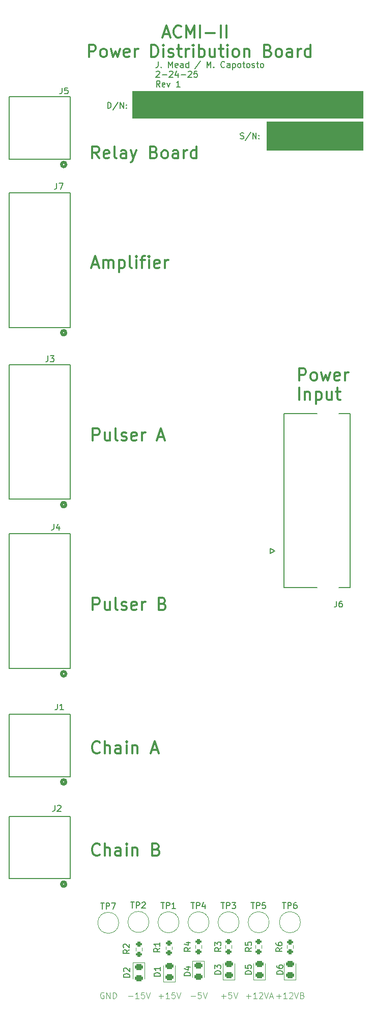
<source format=gbr>
%TF.GenerationSoftware,KiCad,Pcbnew,9.0.6*%
%TF.CreationDate,2026-03-01T09:21:26-05:00*%
%TF.ProjectId,acmi-pwrbrd,61636d69-2d70-4777-9262-72642e6b6963,rev?*%
%TF.SameCoordinates,Original*%
%TF.FileFunction,Legend,Top*%
%TF.FilePolarity,Positive*%
%FSLAX46Y46*%
G04 Gerber Fmt 4.6, Leading zero omitted, Abs format (unit mm)*
G04 Created by KiCad (PCBNEW 9.0.6) date 2026-03-01 09:21:26*
%MOMM*%
%LPD*%
G01*
G04 APERTURE LIST*
G04 Aperture macros list*
%AMRoundRect*
0 Rectangle with rounded corners*
0 $1 Rounding radius*
0 $2 $3 $4 $5 $6 $7 $8 $9 X,Y pos of 4 corners*
0 Add a 4 corners polygon primitive as box body*
4,1,4,$2,$3,$4,$5,$6,$7,$8,$9,$2,$3,0*
0 Add four circle primitives for the rounded corners*
1,1,$1+$1,$2,$3*
1,1,$1+$1,$4,$5*
1,1,$1+$1,$6,$7*
1,1,$1+$1,$8,$9*
0 Add four rect primitives between the rounded corners*
20,1,$1+$1,$2,$3,$4,$5,0*
20,1,$1+$1,$4,$5,$6,$7,0*
20,1,$1+$1,$6,$7,$8,$9,0*
20,1,$1+$1,$8,$9,$2,$3,0*%
G04 Aperture macros list end*
%ADD10C,0.050000*%
%ADD11C,0.375000*%
%ADD12C,0.100000*%
%ADD13C,0.150000*%
%ADD14C,0.350000*%
%ADD15C,0.120000*%
%ADD16C,0.152400*%
%ADD17C,0.508000*%
%ADD18C,0.127000*%
%ADD19C,1.026200*%
%ADD20C,1.576200*%
%ADD21C,0.010000*%
%ADD22RoundRect,0.200000X-0.275000X0.200000X-0.275000X-0.200000X0.275000X-0.200000X0.275000X0.200000X0*%
%ADD23C,2.800000*%
%ADD24RoundRect,0.243750X0.456250X-0.243750X0.456250X0.243750X-0.456250X0.243750X-0.456250X-0.243750X0*%
%ADD25C,1.574800*%
%ADD26C,7.500000*%
%ADD27RoundRect,0.243750X-0.456250X0.243750X-0.456250X-0.243750X0.456250X-0.243750X0.456250X0.243750X0*%
%ADD28C,3.000000*%
G04 APERTURE END LIST*
D10*
X169000000Y-47600000D02*
X207350000Y-47600000D01*
X207350000Y-52118750D01*
X169000000Y-52118750D01*
X169000000Y-47600000D01*
G36*
X169000000Y-47600000D02*
G01*
X207350000Y-47600000D01*
X207350000Y-52118750D01*
X169000000Y-52118750D01*
X169000000Y-47600000D01*
G37*
X191300000Y-52700000D02*
X207350000Y-52700000D01*
X207350000Y-57412500D01*
X191300000Y-57412500D01*
X191300000Y-52700000D01*
G36*
X191300000Y-52700000D02*
G01*
X207350000Y-52700000D01*
X207350000Y-57412500D01*
X191300000Y-57412500D01*
X191300000Y-52700000D01*
G37*
D11*
X162311662Y-76482309D02*
X163264043Y-76482309D01*
X162121186Y-77053738D02*
X162787852Y-75053738D01*
X162787852Y-75053738D02*
X163454519Y-77053738D01*
X164121186Y-77053738D02*
X164121186Y-75720404D01*
X164121186Y-75910880D02*
X164216424Y-75815642D01*
X164216424Y-75815642D02*
X164406900Y-75720404D01*
X164406900Y-75720404D02*
X164692615Y-75720404D01*
X164692615Y-75720404D02*
X164883091Y-75815642D01*
X164883091Y-75815642D02*
X164978329Y-76006119D01*
X164978329Y-76006119D02*
X164978329Y-77053738D01*
X164978329Y-76006119D02*
X165073567Y-75815642D01*
X165073567Y-75815642D02*
X165264043Y-75720404D01*
X165264043Y-75720404D02*
X165549757Y-75720404D01*
X165549757Y-75720404D02*
X165740234Y-75815642D01*
X165740234Y-75815642D02*
X165835472Y-76006119D01*
X165835472Y-76006119D02*
X165835472Y-77053738D01*
X166787853Y-75720404D02*
X166787853Y-77720404D01*
X166787853Y-75815642D02*
X166978329Y-75720404D01*
X166978329Y-75720404D02*
X167359282Y-75720404D01*
X167359282Y-75720404D02*
X167549758Y-75815642D01*
X167549758Y-75815642D02*
X167644996Y-75910880D01*
X167644996Y-75910880D02*
X167740234Y-76101357D01*
X167740234Y-76101357D02*
X167740234Y-76672785D01*
X167740234Y-76672785D02*
X167644996Y-76863261D01*
X167644996Y-76863261D02*
X167549758Y-76958500D01*
X167549758Y-76958500D02*
X167359282Y-77053738D01*
X167359282Y-77053738D02*
X166978329Y-77053738D01*
X166978329Y-77053738D02*
X166787853Y-76958500D01*
X168883091Y-77053738D02*
X168692615Y-76958500D01*
X168692615Y-76958500D02*
X168597377Y-76768023D01*
X168597377Y-76768023D02*
X168597377Y-75053738D01*
X169644996Y-77053738D02*
X169644996Y-75720404D01*
X169644996Y-75053738D02*
X169549758Y-75148976D01*
X169549758Y-75148976D02*
X169644996Y-75244214D01*
X169644996Y-75244214D02*
X169740234Y-75148976D01*
X169740234Y-75148976D02*
X169644996Y-75053738D01*
X169644996Y-75053738D02*
X169644996Y-75244214D01*
X170311663Y-75720404D02*
X171073567Y-75720404D01*
X170597377Y-77053738D02*
X170597377Y-75339452D01*
X170597377Y-75339452D02*
X170692615Y-75148976D01*
X170692615Y-75148976D02*
X170883091Y-75053738D01*
X170883091Y-75053738D02*
X171073567Y-75053738D01*
X171740234Y-77053738D02*
X171740234Y-75720404D01*
X171740234Y-75053738D02*
X171644996Y-75148976D01*
X171644996Y-75148976D02*
X171740234Y-75244214D01*
X171740234Y-75244214D02*
X171835472Y-75148976D01*
X171835472Y-75148976D02*
X171740234Y-75053738D01*
X171740234Y-75053738D02*
X171740234Y-75244214D01*
X173454520Y-76958500D02*
X173264044Y-77053738D01*
X173264044Y-77053738D02*
X172883091Y-77053738D01*
X172883091Y-77053738D02*
X172692615Y-76958500D01*
X172692615Y-76958500D02*
X172597377Y-76768023D01*
X172597377Y-76768023D02*
X172597377Y-76006119D01*
X172597377Y-76006119D02*
X172692615Y-75815642D01*
X172692615Y-75815642D02*
X172883091Y-75720404D01*
X172883091Y-75720404D02*
X173264044Y-75720404D01*
X173264044Y-75720404D02*
X173454520Y-75815642D01*
X173454520Y-75815642D02*
X173549758Y-76006119D01*
X173549758Y-76006119D02*
X173549758Y-76196595D01*
X173549758Y-76196595D02*
X172597377Y-76387071D01*
X174406901Y-77053738D02*
X174406901Y-75720404D01*
X174406901Y-76101357D02*
X174502139Y-75910880D01*
X174502139Y-75910880D02*
X174597377Y-75815642D01*
X174597377Y-75815642D02*
X174787853Y-75720404D01*
X174787853Y-75720404D02*
X174978330Y-75720404D01*
D12*
X187941524Y-198221466D02*
X188703429Y-198221466D01*
X188322476Y-198602419D02*
X188322476Y-197840514D01*
X189703428Y-198602419D02*
X189132000Y-198602419D01*
X189417714Y-198602419D02*
X189417714Y-197602419D01*
X189417714Y-197602419D02*
X189322476Y-197745276D01*
X189322476Y-197745276D02*
X189227238Y-197840514D01*
X189227238Y-197840514D02*
X189132000Y-197888133D01*
X190084381Y-197697657D02*
X190132000Y-197650038D01*
X190132000Y-197650038D02*
X190227238Y-197602419D01*
X190227238Y-197602419D02*
X190465333Y-197602419D01*
X190465333Y-197602419D02*
X190560571Y-197650038D01*
X190560571Y-197650038D02*
X190608190Y-197697657D01*
X190608190Y-197697657D02*
X190655809Y-197792895D01*
X190655809Y-197792895D02*
X190655809Y-197888133D01*
X190655809Y-197888133D02*
X190608190Y-198030990D01*
X190608190Y-198030990D02*
X190036762Y-198602419D01*
X190036762Y-198602419D02*
X190655809Y-198602419D01*
X190941524Y-197602419D02*
X191274857Y-198602419D01*
X191274857Y-198602419D02*
X191608190Y-197602419D01*
X191893905Y-198316704D02*
X192370095Y-198316704D01*
X191798667Y-198602419D02*
X192132000Y-197602419D01*
X192132000Y-197602419D02*
X192465333Y-198602419D01*
D11*
X163471457Y-58789738D02*
X162804790Y-57837357D01*
X162328600Y-58789738D02*
X162328600Y-56789738D01*
X162328600Y-56789738D02*
X163090505Y-56789738D01*
X163090505Y-56789738D02*
X163280981Y-56884976D01*
X163280981Y-56884976D02*
X163376219Y-56980214D01*
X163376219Y-56980214D02*
X163471457Y-57170690D01*
X163471457Y-57170690D02*
X163471457Y-57456404D01*
X163471457Y-57456404D02*
X163376219Y-57646880D01*
X163376219Y-57646880D02*
X163280981Y-57742119D01*
X163280981Y-57742119D02*
X163090505Y-57837357D01*
X163090505Y-57837357D02*
X162328600Y-57837357D01*
X165090505Y-58694500D02*
X164900029Y-58789738D01*
X164900029Y-58789738D02*
X164519076Y-58789738D01*
X164519076Y-58789738D02*
X164328600Y-58694500D01*
X164328600Y-58694500D02*
X164233362Y-58504023D01*
X164233362Y-58504023D02*
X164233362Y-57742119D01*
X164233362Y-57742119D02*
X164328600Y-57551642D01*
X164328600Y-57551642D02*
X164519076Y-57456404D01*
X164519076Y-57456404D02*
X164900029Y-57456404D01*
X164900029Y-57456404D02*
X165090505Y-57551642D01*
X165090505Y-57551642D02*
X165185743Y-57742119D01*
X165185743Y-57742119D02*
X165185743Y-57932595D01*
X165185743Y-57932595D02*
X164233362Y-58123071D01*
X166328600Y-58789738D02*
X166138124Y-58694500D01*
X166138124Y-58694500D02*
X166042886Y-58504023D01*
X166042886Y-58504023D02*
X166042886Y-56789738D01*
X167947648Y-58789738D02*
X167947648Y-57742119D01*
X167947648Y-57742119D02*
X167852410Y-57551642D01*
X167852410Y-57551642D02*
X167661934Y-57456404D01*
X167661934Y-57456404D02*
X167280981Y-57456404D01*
X167280981Y-57456404D02*
X167090505Y-57551642D01*
X167947648Y-58694500D02*
X167757172Y-58789738D01*
X167757172Y-58789738D02*
X167280981Y-58789738D01*
X167280981Y-58789738D02*
X167090505Y-58694500D01*
X167090505Y-58694500D02*
X166995267Y-58504023D01*
X166995267Y-58504023D02*
X166995267Y-58313547D01*
X166995267Y-58313547D02*
X167090505Y-58123071D01*
X167090505Y-58123071D02*
X167280981Y-58027833D01*
X167280981Y-58027833D02*
X167757172Y-58027833D01*
X167757172Y-58027833D02*
X167947648Y-57932595D01*
X168709553Y-57456404D02*
X169185743Y-58789738D01*
X169661934Y-57456404D02*
X169185743Y-58789738D01*
X169185743Y-58789738D02*
X168995267Y-59265928D01*
X168995267Y-59265928D02*
X168900029Y-59361166D01*
X168900029Y-59361166D02*
X168709553Y-59456404D01*
X172614316Y-57742119D02*
X172900030Y-57837357D01*
X172900030Y-57837357D02*
X172995268Y-57932595D01*
X172995268Y-57932595D02*
X173090506Y-58123071D01*
X173090506Y-58123071D02*
X173090506Y-58408785D01*
X173090506Y-58408785D02*
X172995268Y-58599261D01*
X172995268Y-58599261D02*
X172900030Y-58694500D01*
X172900030Y-58694500D02*
X172709554Y-58789738D01*
X172709554Y-58789738D02*
X171947649Y-58789738D01*
X171947649Y-58789738D02*
X171947649Y-56789738D01*
X171947649Y-56789738D02*
X172614316Y-56789738D01*
X172614316Y-56789738D02*
X172804792Y-56884976D01*
X172804792Y-56884976D02*
X172900030Y-56980214D01*
X172900030Y-56980214D02*
X172995268Y-57170690D01*
X172995268Y-57170690D02*
X172995268Y-57361166D01*
X172995268Y-57361166D02*
X172900030Y-57551642D01*
X172900030Y-57551642D02*
X172804792Y-57646880D01*
X172804792Y-57646880D02*
X172614316Y-57742119D01*
X172614316Y-57742119D02*
X171947649Y-57742119D01*
X174233363Y-58789738D02*
X174042887Y-58694500D01*
X174042887Y-58694500D02*
X173947649Y-58599261D01*
X173947649Y-58599261D02*
X173852411Y-58408785D01*
X173852411Y-58408785D02*
X173852411Y-57837357D01*
X173852411Y-57837357D02*
X173947649Y-57646880D01*
X173947649Y-57646880D02*
X174042887Y-57551642D01*
X174042887Y-57551642D02*
X174233363Y-57456404D01*
X174233363Y-57456404D02*
X174519078Y-57456404D01*
X174519078Y-57456404D02*
X174709554Y-57551642D01*
X174709554Y-57551642D02*
X174804792Y-57646880D01*
X174804792Y-57646880D02*
X174900030Y-57837357D01*
X174900030Y-57837357D02*
X174900030Y-58408785D01*
X174900030Y-58408785D02*
X174804792Y-58599261D01*
X174804792Y-58599261D02*
X174709554Y-58694500D01*
X174709554Y-58694500D02*
X174519078Y-58789738D01*
X174519078Y-58789738D02*
X174233363Y-58789738D01*
X176614316Y-58789738D02*
X176614316Y-57742119D01*
X176614316Y-57742119D02*
X176519078Y-57551642D01*
X176519078Y-57551642D02*
X176328602Y-57456404D01*
X176328602Y-57456404D02*
X175947649Y-57456404D01*
X175947649Y-57456404D02*
X175757173Y-57551642D01*
X176614316Y-58694500D02*
X176423840Y-58789738D01*
X176423840Y-58789738D02*
X175947649Y-58789738D01*
X175947649Y-58789738D02*
X175757173Y-58694500D01*
X175757173Y-58694500D02*
X175661935Y-58504023D01*
X175661935Y-58504023D02*
X175661935Y-58313547D01*
X175661935Y-58313547D02*
X175757173Y-58123071D01*
X175757173Y-58123071D02*
X175947649Y-58027833D01*
X175947649Y-58027833D02*
X176423840Y-58027833D01*
X176423840Y-58027833D02*
X176614316Y-57932595D01*
X177566697Y-58789738D02*
X177566697Y-57456404D01*
X177566697Y-57837357D02*
X177661935Y-57646880D01*
X177661935Y-57646880D02*
X177757173Y-57551642D01*
X177757173Y-57551642D02*
X177947649Y-57456404D01*
X177947649Y-57456404D02*
X178138126Y-57456404D01*
X179661935Y-58789738D02*
X179661935Y-56789738D01*
X179661935Y-58694500D02*
X179471459Y-58789738D01*
X179471459Y-58789738D02*
X179090506Y-58789738D01*
X179090506Y-58789738D02*
X178900030Y-58694500D01*
X178900030Y-58694500D02*
X178804792Y-58599261D01*
X178804792Y-58599261D02*
X178709554Y-58408785D01*
X178709554Y-58408785D02*
X178709554Y-57837357D01*
X178709554Y-57837357D02*
X178804792Y-57646880D01*
X178804792Y-57646880D02*
X178900030Y-57551642D01*
X178900030Y-57551642D02*
X179090506Y-57456404D01*
X179090506Y-57456404D02*
X179471459Y-57456404D01*
X179471459Y-57456404D02*
X179661935Y-57551642D01*
D12*
X164224095Y-197650038D02*
X164128857Y-197602419D01*
X164128857Y-197602419D02*
X163986000Y-197602419D01*
X163986000Y-197602419D02*
X163843143Y-197650038D01*
X163843143Y-197650038D02*
X163747905Y-197745276D01*
X163747905Y-197745276D02*
X163700286Y-197840514D01*
X163700286Y-197840514D02*
X163652667Y-198030990D01*
X163652667Y-198030990D02*
X163652667Y-198173847D01*
X163652667Y-198173847D02*
X163700286Y-198364323D01*
X163700286Y-198364323D02*
X163747905Y-198459561D01*
X163747905Y-198459561D02*
X163843143Y-198554800D01*
X163843143Y-198554800D02*
X163986000Y-198602419D01*
X163986000Y-198602419D02*
X164081238Y-198602419D01*
X164081238Y-198602419D02*
X164224095Y-198554800D01*
X164224095Y-198554800D02*
X164271714Y-198507180D01*
X164271714Y-198507180D02*
X164271714Y-198173847D01*
X164271714Y-198173847D02*
X164081238Y-198173847D01*
X164700286Y-198602419D02*
X164700286Y-197602419D01*
X164700286Y-197602419D02*
X165271714Y-198602419D01*
X165271714Y-198602419D02*
X165271714Y-197602419D01*
X165747905Y-198602419D02*
X165747905Y-197602419D01*
X165747905Y-197602419D02*
X165986000Y-197602419D01*
X165986000Y-197602419D02*
X166128857Y-197650038D01*
X166128857Y-197650038D02*
X166224095Y-197745276D01*
X166224095Y-197745276D02*
X166271714Y-197840514D01*
X166271714Y-197840514D02*
X166319333Y-198030990D01*
X166319333Y-198030990D02*
X166319333Y-198173847D01*
X166319333Y-198173847D02*
X166271714Y-198364323D01*
X166271714Y-198364323D02*
X166224095Y-198459561D01*
X166224095Y-198459561D02*
X166128857Y-198554800D01*
X166128857Y-198554800D02*
X165986000Y-198602419D01*
X165986000Y-198602419D02*
X165747905Y-198602419D01*
X183766286Y-198221466D02*
X184528191Y-198221466D01*
X184147238Y-198602419D02*
X184147238Y-197840514D01*
X185480571Y-197602419D02*
X185004381Y-197602419D01*
X185004381Y-197602419D02*
X184956762Y-198078609D01*
X184956762Y-198078609D02*
X185004381Y-198030990D01*
X185004381Y-198030990D02*
X185099619Y-197983371D01*
X185099619Y-197983371D02*
X185337714Y-197983371D01*
X185337714Y-197983371D02*
X185432952Y-198030990D01*
X185432952Y-198030990D02*
X185480571Y-198078609D01*
X185480571Y-198078609D02*
X185528190Y-198173847D01*
X185528190Y-198173847D02*
X185528190Y-198411942D01*
X185528190Y-198411942D02*
X185480571Y-198507180D01*
X185480571Y-198507180D02*
X185432952Y-198554800D01*
X185432952Y-198554800D02*
X185337714Y-198602419D01*
X185337714Y-198602419D02*
X185099619Y-198602419D01*
X185099619Y-198602419D02*
X185004381Y-198554800D01*
X185004381Y-198554800D02*
X184956762Y-198507180D01*
X185813905Y-197602419D02*
X186147238Y-198602419D01*
X186147238Y-198602419D02*
X186480571Y-197602419D01*
D13*
X186964160Y-55497200D02*
X187107017Y-55544819D01*
X187107017Y-55544819D02*
X187345112Y-55544819D01*
X187345112Y-55544819D02*
X187440350Y-55497200D01*
X187440350Y-55497200D02*
X187487969Y-55449580D01*
X187487969Y-55449580D02*
X187535588Y-55354342D01*
X187535588Y-55354342D02*
X187535588Y-55259104D01*
X187535588Y-55259104D02*
X187487969Y-55163866D01*
X187487969Y-55163866D02*
X187440350Y-55116247D01*
X187440350Y-55116247D02*
X187345112Y-55068628D01*
X187345112Y-55068628D02*
X187154636Y-55021009D01*
X187154636Y-55021009D02*
X187059398Y-54973390D01*
X187059398Y-54973390D02*
X187011779Y-54925771D01*
X187011779Y-54925771D02*
X186964160Y-54830533D01*
X186964160Y-54830533D02*
X186964160Y-54735295D01*
X186964160Y-54735295D02*
X187011779Y-54640057D01*
X187011779Y-54640057D02*
X187059398Y-54592438D01*
X187059398Y-54592438D02*
X187154636Y-54544819D01*
X187154636Y-54544819D02*
X187392731Y-54544819D01*
X187392731Y-54544819D02*
X187535588Y-54592438D01*
X188678445Y-54497200D02*
X187821303Y-55782914D01*
X189011779Y-55544819D02*
X189011779Y-54544819D01*
X189011779Y-54544819D02*
X189583207Y-55544819D01*
X189583207Y-55544819D02*
X189583207Y-54544819D01*
X190059398Y-55449580D02*
X190107017Y-55497200D01*
X190107017Y-55497200D02*
X190059398Y-55544819D01*
X190059398Y-55544819D02*
X190011779Y-55497200D01*
X190011779Y-55497200D02*
X190059398Y-55449580D01*
X190059398Y-55449580D02*
X190059398Y-55544819D01*
X190059398Y-54925771D02*
X190107017Y-54973390D01*
X190107017Y-54973390D02*
X190059398Y-55021009D01*
X190059398Y-55021009D02*
X190011779Y-54973390D01*
X190011779Y-54973390D02*
X190059398Y-54925771D01*
X190059398Y-54925771D02*
X190059398Y-55021009D01*
X164886779Y-50469819D02*
X164886779Y-49469819D01*
X164886779Y-49469819D02*
X165124874Y-49469819D01*
X165124874Y-49469819D02*
X165267731Y-49517438D01*
X165267731Y-49517438D02*
X165362969Y-49612676D01*
X165362969Y-49612676D02*
X165410588Y-49707914D01*
X165410588Y-49707914D02*
X165458207Y-49898390D01*
X165458207Y-49898390D02*
X165458207Y-50041247D01*
X165458207Y-50041247D02*
X165410588Y-50231723D01*
X165410588Y-50231723D02*
X165362969Y-50326961D01*
X165362969Y-50326961D02*
X165267731Y-50422200D01*
X165267731Y-50422200D02*
X165124874Y-50469819D01*
X165124874Y-50469819D02*
X164886779Y-50469819D01*
X166601064Y-49422200D02*
X165743922Y-50707914D01*
X166934398Y-50469819D02*
X166934398Y-49469819D01*
X166934398Y-49469819D02*
X167505826Y-50469819D01*
X167505826Y-50469819D02*
X167505826Y-49469819D01*
X167982017Y-50374580D02*
X168029636Y-50422200D01*
X168029636Y-50422200D02*
X167982017Y-50469819D01*
X167982017Y-50469819D02*
X167934398Y-50422200D01*
X167934398Y-50422200D02*
X167982017Y-50374580D01*
X167982017Y-50374580D02*
X167982017Y-50469819D01*
X167982017Y-49850771D02*
X168029636Y-49898390D01*
X168029636Y-49898390D02*
X167982017Y-49946009D01*
X167982017Y-49946009D02*
X167934398Y-49898390D01*
X167934398Y-49898390D02*
X167982017Y-49850771D01*
X167982017Y-49850771D02*
X167982017Y-49946009D01*
D12*
X173384095Y-198221466D02*
X174146000Y-198221466D01*
X173765047Y-198602419D02*
X173765047Y-197840514D01*
X175145999Y-198602419D02*
X174574571Y-198602419D01*
X174860285Y-198602419D02*
X174860285Y-197602419D01*
X174860285Y-197602419D02*
X174765047Y-197745276D01*
X174765047Y-197745276D02*
X174669809Y-197840514D01*
X174669809Y-197840514D02*
X174574571Y-197888133D01*
X176050761Y-197602419D02*
X175574571Y-197602419D01*
X175574571Y-197602419D02*
X175526952Y-198078609D01*
X175526952Y-198078609D02*
X175574571Y-198030990D01*
X175574571Y-198030990D02*
X175669809Y-197983371D01*
X175669809Y-197983371D02*
X175907904Y-197983371D01*
X175907904Y-197983371D02*
X176003142Y-198030990D01*
X176003142Y-198030990D02*
X176050761Y-198078609D01*
X176050761Y-198078609D02*
X176098380Y-198173847D01*
X176098380Y-198173847D02*
X176098380Y-198411942D01*
X176098380Y-198411942D02*
X176050761Y-198507180D01*
X176050761Y-198507180D02*
X176003142Y-198554800D01*
X176003142Y-198554800D02*
X175907904Y-198602419D01*
X175907904Y-198602419D02*
X175669809Y-198602419D01*
X175669809Y-198602419D02*
X175574571Y-198554800D01*
X175574571Y-198554800D02*
X175526952Y-198507180D01*
X176384095Y-197602419D02*
X176717428Y-198602419D01*
X176717428Y-198602419D02*
X177050761Y-197602419D01*
D13*
X173297493Y-42674931D02*
X173297493Y-43389216D01*
X173297493Y-43389216D02*
X173249874Y-43532073D01*
X173249874Y-43532073D02*
X173154636Y-43627312D01*
X173154636Y-43627312D02*
X173011779Y-43674931D01*
X173011779Y-43674931D02*
X172916541Y-43674931D01*
X173773684Y-43579692D02*
X173821303Y-43627312D01*
X173821303Y-43627312D02*
X173773684Y-43674931D01*
X173773684Y-43674931D02*
X173726065Y-43627312D01*
X173726065Y-43627312D02*
X173773684Y-43579692D01*
X173773684Y-43579692D02*
X173773684Y-43674931D01*
X175011779Y-43674931D02*
X175011779Y-42674931D01*
X175011779Y-42674931D02*
X175345112Y-43389216D01*
X175345112Y-43389216D02*
X175678445Y-42674931D01*
X175678445Y-42674931D02*
X175678445Y-43674931D01*
X176535588Y-43627312D02*
X176440350Y-43674931D01*
X176440350Y-43674931D02*
X176249874Y-43674931D01*
X176249874Y-43674931D02*
X176154636Y-43627312D01*
X176154636Y-43627312D02*
X176107017Y-43532073D01*
X176107017Y-43532073D02*
X176107017Y-43151121D01*
X176107017Y-43151121D02*
X176154636Y-43055883D01*
X176154636Y-43055883D02*
X176249874Y-43008264D01*
X176249874Y-43008264D02*
X176440350Y-43008264D01*
X176440350Y-43008264D02*
X176535588Y-43055883D01*
X176535588Y-43055883D02*
X176583207Y-43151121D01*
X176583207Y-43151121D02*
X176583207Y-43246359D01*
X176583207Y-43246359D02*
X176107017Y-43341597D01*
X177440350Y-43674931D02*
X177440350Y-43151121D01*
X177440350Y-43151121D02*
X177392731Y-43055883D01*
X177392731Y-43055883D02*
X177297493Y-43008264D01*
X177297493Y-43008264D02*
X177107017Y-43008264D01*
X177107017Y-43008264D02*
X177011779Y-43055883D01*
X177440350Y-43627312D02*
X177345112Y-43674931D01*
X177345112Y-43674931D02*
X177107017Y-43674931D01*
X177107017Y-43674931D02*
X177011779Y-43627312D01*
X177011779Y-43627312D02*
X176964160Y-43532073D01*
X176964160Y-43532073D02*
X176964160Y-43436835D01*
X176964160Y-43436835D02*
X177011779Y-43341597D01*
X177011779Y-43341597D02*
X177107017Y-43293978D01*
X177107017Y-43293978D02*
X177345112Y-43293978D01*
X177345112Y-43293978D02*
X177440350Y-43246359D01*
X178345112Y-43674931D02*
X178345112Y-42674931D01*
X178345112Y-43627312D02*
X178249874Y-43674931D01*
X178249874Y-43674931D02*
X178059398Y-43674931D01*
X178059398Y-43674931D02*
X177964160Y-43627312D01*
X177964160Y-43627312D02*
X177916541Y-43579692D01*
X177916541Y-43579692D02*
X177868922Y-43484454D01*
X177868922Y-43484454D02*
X177868922Y-43198740D01*
X177868922Y-43198740D02*
X177916541Y-43103502D01*
X177916541Y-43103502D02*
X177964160Y-43055883D01*
X177964160Y-43055883D02*
X178059398Y-43008264D01*
X178059398Y-43008264D02*
X178249874Y-43008264D01*
X178249874Y-43008264D02*
X178345112Y-43055883D01*
X180297493Y-42627312D02*
X179440351Y-43913026D01*
X181392732Y-43674931D02*
X181392732Y-42674931D01*
X181392732Y-42674931D02*
X181726065Y-43389216D01*
X181726065Y-43389216D02*
X182059398Y-42674931D01*
X182059398Y-42674931D02*
X182059398Y-43674931D01*
X182535589Y-43579692D02*
X182583208Y-43627312D01*
X182583208Y-43627312D02*
X182535589Y-43674931D01*
X182535589Y-43674931D02*
X182487970Y-43627312D01*
X182487970Y-43627312D02*
X182535589Y-43579692D01*
X182535589Y-43579692D02*
X182535589Y-43674931D01*
X184345112Y-43579692D02*
X184297493Y-43627312D01*
X184297493Y-43627312D02*
X184154636Y-43674931D01*
X184154636Y-43674931D02*
X184059398Y-43674931D01*
X184059398Y-43674931D02*
X183916541Y-43627312D01*
X183916541Y-43627312D02*
X183821303Y-43532073D01*
X183821303Y-43532073D02*
X183773684Y-43436835D01*
X183773684Y-43436835D02*
X183726065Y-43246359D01*
X183726065Y-43246359D02*
X183726065Y-43103502D01*
X183726065Y-43103502D02*
X183773684Y-42913026D01*
X183773684Y-42913026D02*
X183821303Y-42817788D01*
X183821303Y-42817788D02*
X183916541Y-42722550D01*
X183916541Y-42722550D02*
X184059398Y-42674931D01*
X184059398Y-42674931D02*
X184154636Y-42674931D01*
X184154636Y-42674931D02*
X184297493Y-42722550D01*
X184297493Y-42722550D02*
X184345112Y-42770169D01*
X185202255Y-43674931D02*
X185202255Y-43151121D01*
X185202255Y-43151121D02*
X185154636Y-43055883D01*
X185154636Y-43055883D02*
X185059398Y-43008264D01*
X185059398Y-43008264D02*
X184868922Y-43008264D01*
X184868922Y-43008264D02*
X184773684Y-43055883D01*
X185202255Y-43627312D02*
X185107017Y-43674931D01*
X185107017Y-43674931D02*
X184868922Y-43674931D01*
X184868922Y-43674931D02*
X184773684Y-43627312D01*
X184773684Y-43627312D02*
X184726065Y-43532073D01*
X184726065Y-43532073D02*
X184726065Y-43436835D01*
X184726065Y-43436835D02*
X184773684Y-43341597D01*
X184773684Y-43341597D02*
X184868922Y-43293978D01*
X184868922Y-43293978D02*
X185107017Y-43293978D01*
X185107017Y-43293978D02*
X185202255Y-43246359D01*
X185678446Y-43008264D02*
X185678446Y-44008264D01*
X185678446Y-43055883D02*
X185773684Y-43008264D01*
X185773684Y-43008264D02*
X185964160Y-43008264D01*
X185964160Y-43008264D02*
X186059398Y-43055883D01*
X186059398Y-43055883D02*
X186107017Y-43103502D01*
X186107017Y-43103502D02*
X186154636Y-43198740D01*
X186154636Y-43198740D02*
X186154636Y-43484454D01*
X186154636Y-43484454D02*
X186107017Y-43579692D01*
X186107017Y-43579692D02*
X186059398Y-43627312D01*
X186059398Y-43627312D02*
X185964160Y-43674931D01*
X185964160Y-43674931D02*
X185773684Y-43674931D01*
X185773684Y-43674931D02*
X185678446Y-43627312D01*
X186726065Y-43674931D02*
X186630827Y-43627312D01*
X186630827Y-43627312D02*
X186583208Y-43579692D01*
X186583208Y-43579692D02*
X186535589Y-43484454D01*
X186535589Y-43484454D02*
X186535589Y-43198740D01*
X186535589Y-43198740D02*
X186583208Y-43103502D01*
X186583208Y-43103502D02*
X186630827Y-43055883D01*
X186630827Y-43055883D02*
X186726065Y-43008264D01*
X186726065Y-43008264D02*
X186868922Y-43008264D01*
X186868922Y-43008264D02*
X186964160Y-43055883D01*
X186964160Y-43055883D02*
X187011779Y-43103502D01*
X187011779Y-43103502D02*
X187059398Y-43198740D01*
X187059398Y-43198740D02*
X187059398Y-43484454D01*
X187059398Y-43484454D02*
X187011779Y-43579692D01*
X187011779Y-43579692D02*
X186964160Y-43627312D01*
X186964160Y-43627312D02*
X186868922Y-43674931D01*
X186868922Y-43674931D02*
X186726065Y-43674931D01*
X187345113Y-43008264D02*
X187726065Y-43008264D01*
X187487970Y-42674931D02*
X187487970Y-43532073D01*
X187487970Y-43532073D02*
X187535589Y-43627312D01*
X187535589Y-43627312D02*
X187630827Y-43674931D01*
X187630827Y-43674931D02*
X187726065Y-43674931D01*
X188202256Y-43674931D02*
X188107018Y-43627312D01*
X188107018Y-43627312D02*
X188059399Y-43579692D01*
X188059399Y-43579692D02*
X188011780Y-43484454D01*
X188011780Y-43484454D02*
X188011780Y-43198740D01*
X188011780Y-43198740D02*
X188059399Y-43103502D01*
X188059399Y-43103502D02*
X188107018Y-43055883D01*
X188107018Y-43055883D02*
X188202256Y-43008264D01*
X188202256Y-43008264D02*
X188345113Y-43008264D01*
X188345113Y-43008264D02*
X188440351Y-43055883D01*
X188440351Y-43055883D02*
X188487970Y-43103502D01*
X188487970Y-43103502D02*
X188535589Y-43198740D01*
X188535589Y-43198740D02*
X188535589Y-43484454D01*
X188535589Y-43484454D02*
X188487970Y-43579692D01*
X188487970Y-43579692D02*
X188440351Y-43627312D01*
X188440351Y-43627312D02*
X188345113Y-43674931D01*
X188345113Y-43674931D02*
X188202256Y-43674931D01*
X188916542Y-43627312D02*
X189011780Y-43674931D01*
X189011780Y-43674931D02*
X189202256Y-43674931D01*
X189202256Y-43674931D02*
X189297494Y-43627312D01*
X189297494Y-43627312D02*
X189345113Y-43532073D01*
X189345113Y-43532073D02*
X189345113Y-43484454D01*
X189345113Y-43484454D02*
X189297494Y-43389216D01*
X189297494Y-43389216D02*
X189202256Y-43341597D01*
X189202256Y-43341597D02*
X189059399Y-43341597D01*
X189059399Y-43341597D02*
X188964161Y-43293978D01*
X188964161Y-43293978D02*
X188916542Y-43198740D01*
X188916542Y-43198740D02*
X188916542Y-43151121D01*
X188916542Y-43151121D02*
X188964161Y-43055883D01*
X188964161Y-43055883D02*
X189059399Y-43008264D01*
X189059399Y-43008264D02*
X189202256Y-43008264D01*
X189202256Y-43008264D02*
X189297494Y-43055883D01*
X189630828Y-43008264D02*
X190011780Y-43008264D01*
X189773685Y-42674931D02*
X189773685Y-43532073D01*
X189773685Y-43532073D02*
X189821304Y-43627312D01*
X189821304Y-43627312D02*
X189916542Y-43674931D01*
X189916542Y-43674931D02*
X190011780Y-43674931D01*
X190487971Y-43674931D02*
X190392733Y-43627312D01*
X190392733Y-43627312D02*
X190345114Y-43579692D01*
X190345114Y-43579692D02*
X190297495Y-43484454D01*
X190297495Y-43484454D02*
X190297495Y-43198740D01*
X190297495Y-43198740D02*
X190345114Y-43103502D01*
X190345114Y-43103502D02*
X190392733Y-43055883D01*
X190392733Y-43055883D02*
X190487971Y-43008264D01*
X190487971Y-43008264D02*
X190630828Y-43008264D01*
X190630828Y-43008264D02*
X190726066Y-43055883D01*
X190726066Y-43055883D02*
X190773685Y-43103502D01*
X190773685Y-43103502D02*
X190821304Y-43198740D01*
X190821304Y-43198740D02*
X190821304Y-43484454D01*
X190821304Y-43484454D02*
X190773685Y-43579692D01*
X190773685Y-43579692D02*
X190726066Y-43627312D01*
X190726066Y-43627312D02*
X190630828Y-43674931D01*
X190630828Y-43674931D02*
X190487971Y-43674931D01*
X172964160Y-44380113D02*
X173011779Y-44332494D01*
X173011779Y-44332494D02*
X173107017Y-44284875D01*
X173107017Y-44284875D02*
X173345112Y-44284875D01*
X173345112Y-44284875D02*
X173440350Y-44332494D01*
X173440350Y-44332494D02*
X173487969Y-44380113D01*
X173487969Y-44380113D02*
X173535588Y-44475351D01*
X173535588Y-44475351D02*
X173535588Y-44570589D01*
X173535588Y-44570589D02*
X173487969Y-44713446D01*
X173487969Y-44713446D02*
X172916541Y-45284875D01*
X172916541Y-45284875D02*
X173535588Y-45284875D01*
X173964160Y-44903922D02*
X174726065Y-44903922D01*
X175154636Y-44380113D02*
X175202255Y-44332494D01*
X175202255Y-44332494D02*
X175297493Y-44284875D01*
X175297493Y-44284875D02*
X175535588Y-44284875D01*
X175535588Y-44284875D02*
X175630826Y-44332494D01*
X175630826Y-44332494D02*
X175678445Y-44380113D01*
X175678445Y-44380113D02*
X175726064Y-44475351D01*
X175726064Y-44475351D02*
X175726064Y-44570589D01*
X175726064Y-44570589D02*
X175678445Y-44713446D01*
X175678445Y-44713446D02*
X175107017Y-45284875D01*
X175107017Y-45284875D02*
X175726064Y-45284875D01*
X176583207Y-44618208D02*
X176583207Y-45284875D01*
X176345112Y-44237256D02*
X176107017Y-44951541D01*
X176107017Y-44951541D02*
X176726064Y-44951541D01*
X177107017Y-44903922D02*
X177868922Y-44903922D01*
X178297493Y-44380113D02*
X178345112Y-44332494D01*
X178345112Y-44332494D02*
X178440350Y-44284875D01*
X178440350Y-44284875D02*
X178678445Y-44284875D01*
X178678445Y-44284875D02*
X178773683Y-44332494D01*
X178773683Y-44332494D02*
X178821302Y-44380113D01*
X178821302Y-44380113D02*
X178868921Y-44475351D01*
X178868921Y-44475351D02*
X178868921Y-44570589D01*
X178868921Y-44570589D02*
X178821302Y-44713446D01*
X178821302Y-44713446D02*
X178249874Y-45284875D01*
X178249874Y-45284875D02*
X178868921Y-45284875D01*
X179773683Y-44284875D02*
X179297493Y-44284875D01*
X179297493Y-44284875D02*
X179249874Y-44761065D01*
X179249874Y-44761065D02*
X179297493Y-44713446D01*
X179297493Y-44713446D02*
X179392731Y-44665827D01*
X179392731Y-44665827D02*
X179630826Y-44665827D01*
X179630826Y-44665827D02*
X179726064Y-44713446D01*
X179726064Y-44713446D02*
X179773683Y-44761065D01*
X179773683Y-44761065D02*
X179821302Y-44856303D01*
X179821302Y-44856303D02*
X179821302Y-45094398D01*
X179821302Y-45094398D02*
X179773683Y-45189636D01*
X179773683Y-45189636D02*
X179726064Y-45237256D01*
X179726064Y-45237256D02*
X179630826Y-45284875D01*
X179630826Y-45284875D02*
X179392731Y-45284875D01*
X179392731Y-45284875D02*
X179297493Y-45237256D01*
X179297493Y-45237256D02*
X179249874Y-45189636D01*
X173583207Y-46894819D02*
X173249874Y-46418628D01*
X173011779Y-46894819D02*
X173011779Y-45894819D01*
X173011779Y-45894819D02*
X173392731Y-45894819D01*
X173392731Y-45894819D02*
X173487969Y-45942438D01*
X173487969Y-45942438D02*
X173535588Y-45990057D01*
X173535588Y-45990057D02*
X173583207Y-46085295D01*
X173583207Y-46085295D02*
X173583207Y-46228152D01*
X173583207Y-46228152D02*
X173535588Y-46323390D01*
X173535588Y-46323390D02*
X173487969Y-46371009D01*
X173487969Y-46371009D02*
X173392731Y-46418628D01*
X173392731Y-46418628D02*
X173011779Y-46418628D01*
X174392731Y-46847200D02*
X174297493Y-46894819D01*
X174297493Y-46894819D02*
X174107017Y-46894819D01*
X174107017Y-46894819D02*
X174011779Y-46847200D01*
X174011779Y-46847200D02*
X173964160Y-46751961D01*
X173964160Y-46751961D02*
X173964160Y-46371009D01*
X173964160Y-46371009D02*
X174011779Y-46275771D01*
X174011779Y-46275771D02*
X174107017Y-46228152D01*
X174107017Y-46228152D02*
X174297493Y-46228152D01*
X174297493Y-46228152D02*
X174392731Y-46275771D01*
X174392731Y-46275771D02*
X174440350Y-46371009D01*
X174440350Y-46371009D02*
X174440350Y-46466247D01*
X174440350Y-46466247D02*
X173964160Y-46561485D01*
X174773684Y-46228152D02*
X175011779Y-46894819D01*
X175011779Y-46894819D02*
X175249874Y-46228152D01*
X176916541Y-46894819D02*
X176345113Y-46894819D01*
X176630827Y-46894819D02*
X176630827Y-45894819D01*
X176630827Y-45894819D02*
X176535589Y-46037676D01*
X176535589Y-46037676D02*
X176440351Y-46132914D01*
X176440351Y-46132914D02*
X176345113Y-46180533D01*
D14*
X174152381Y-38120721D02*
X175104762Y-38120721D01*
X173961905Y-38692150D02*
X174628571Y-36692150D01*
X174628571Y-36692150D02*
X175295238Y-38692150D01*
X177104762Y-38501673D02*
X177009524Y-38596912D01*
X177009524Y-38596912D02*
X176723810Y-38692150D01*
X176723810Y-38692150D02*
X176533334Y-38692150D01*
X176533334Y-38692150D02*
X176247619Y-38596912D01*
X176247619Y-38596912D02*
X176057143Y-38406435D01*
X176057143Y-38406435D02*
X175961905Y-38215959D01*
X175961905Y-38215959D02*
X175866667Y-37835007D01*
X175866667Y-37835007D02*
X175866667Y-37549292D01*
X175866667Y-37549292D02*
X175961905Y-37168340D01*
X175961905Y-37168340D02*
X176057143Y-36977864D01*
X176057143Y-36977864D02*
X176247619Y-36787388D01*
X176247619Y-36787388D02*
X176533334Y-36692150D01*
X176533334Y-36692150D02*
X176723810Y-36692150D01*
X176723810Y-36692150D02*
X177009524Y-36787388D01*
X177009524Y-36787388D02*
X177104762Y-36882626D01*
X177961905Y-38692150D02*
X177961905Y-36692150D01*
X177961905Y-36692150D02*
X178628572Y-38120721D01*
X178628572Y-38120721D02*
X179295238Y-36692150D01*
X179295238Y-36692150D02*
X179295238Y-38692150D01*
X180247619Y-38692150D02*
X180247619Y-36692150D01*
X181200000Y-37930245D02*
X182723810Y-37930245D01*
X183676190Y-38692150D02*
X183676190Y-36692150D01*
X184628571Y-38692150D02*
X184628571Y-36692150D01*
X161771427Y-41912038D02*
X161771427Y-39912038D01*
X161771427Y-39912038D02*
X162533332Y-39912038D01*
X162533332Y-39912038D02*
X162723808Y-40007276D01*
X162723808Y-40007276D02*
X162819046Y-40102514D01*
X162819046Y-40102514D02*
X162914284Y-40292990D01*
X162914284Y-40292990D02*
X162914284Y-40578704D01*
X162914284Y-40578704D02*
X162819046Y-40769180D01*
X162819046Y-40769180D02*
X162723808Y-40864419D01*
X162723808Y-40864419D02*
X162533332Y-40959657D01*
X162533332Y-40959657D02*
X161771427Y-40959657D01*
X164057141Y-41912038D02*
X163866665Y-41816800D01*
X163866665Y-41816800D02*
X163771427Y-41721561D01*
X163771427Y-41721561D02*
X163676189Y-41531085D01*
X163676189Y-41531085D02*
X163676189Y-40959657D01*
X163676189Y-40959657D02*
X163771427Y-40769180D01*
X163771427Y-40769180D02*
X163866665Y-40673942D01*
X163866665Y-40673942D02*
X164057141Y-40578704D01*
X164057141Y-40578704D02*
X164342856Y-40578704D01*
X164342856Y-40578704D02*
X164533332Y-40673942D01*
X164533332Y-40673942D02*
X164628570Y-40769180D01*
X164628570Y-40769180D02*
X164723808Y-40959657D01*
X164723808Y-40959657D02*
X164723808Y-41531085D01*
X164723808Y-41531085D02*
X164628570Y-41721561D01*
X164628570Y-41721561D02*
X164533332Y-41816800D01*
X164533332Y-41816800D02*
X164342856Y-41912038D01*
X164342856Y-41912038D02*
X164057141Y-41912038D01*
X165390475Y-40578704D02*
X165771427Y-41912038D01*
X165771427Y-41912038D02*
X166152380Y-40959657D01*
X166152380Y-40959657D02*
X166533332Y-41912038D01*
X166533332Y-41912038D02*
X166914284Y-40578704D01*
X168438094Y-41816800D02*
X168247618Y-41912038D01*
X168247618Y-41912038D02*
X167866665Y-41912038D01*
X167866665Y-41912038D02*
X167676189Y-41816800D01*
X167676189Y-41816800D02*
X167580951Y-41626323D01*
X167580951Y-41626323D02*
X167580951Y-40864419D01*
X167580951Y-40864419D02*
X167676189Y-40673942D01*
X167676189Y-40673942D02*
X167866665Y-40578704D01*
X167866665Y-40578704D02*
X168247618Y-40578704D01*
X168247618Y-40578704D02*
X168438094Y-40673942D01*
X168438094Y-40673942D02*
X168533332Y-40864419D01*
X168533332Y-40864419D02*
X168533332Y-41054895D01*
X168533332Y-41054895D02*
X167580951Y-41245371D01*
X169390475Y-41912038D02*
X169390475Y-40578704D01*
X169390475Y-40959657D02*
X169485713Y-40769180D01*
X169485713Y-40769180D02*
X169580951Y-40673942D01*
X169580951Y-40673942D02*
X169771427Y-40578704D01*
X169771427Y-40578704D02*
X169961904Y-40578704D01*
X172152380Y-41912038D02*
X172152380Y-39912038D01*
X172152380Y-39912038D02*
X172628570Y-39912038D01*
X172628570Y-39912038D02*
X172914285Y-40007276D01*
X172914285Y-40007276D02*
X173104761Y-40197752D01*
X173104761Y-40197752D02*
X173199999Y-40388228D01*
X173199999Y-40388228D02*
X173295237Y-40769180D01*
X173295237Y-40769180D02*
X173295237Y-41054895D01*
X173295237Y-41054895D02*
X173199999Y-41435847D01*
X173199999Y-41435847D02*
X173104761Y-41626323D01*
X173104761Y-41626323D02*
X172914285Y-41816800D01*
X172914285Y-41816800D02*
X172628570Y-41912038D01*
X172628570Y-41912038D02*
X172152380Y-41912038D01*
X174152380Y-41912038D02*
X174152380Y-40578704D01*
X174152380Y-39912038D02*
X174057142Y-40007276D01*
X174057142Y-40007276D02*
X174152380Y-40102514D01*
X174152380Y-40102514D02*
X174247618Y-40007276D01*
X174247618Y-40007276D02*
X174152380Y-39912038D01*
X174152380Y-39912038D02*
X174152380Y-40102514D01*
X175009523Y-41816800D02*
X175199999Y-41912038D01*
X175199999Y-41912038D02*
X175580951Y-41912038D01*
X175580951Y-41912038D02*
X175771428Y-41816800D01*
X175771428Y-41816800D02*
X175866666Y-41626323D01*
X175866666Y-41626323D02*
X175866666Y-41531085D01*
X175866666Y-41531085D02*
X175771428Y-41340609D01*
X175771428Y-41340609D02*
X175580951Y-41245371D01*
X175580951Y-41245371D02*
X175295237Y-41245371D01*
X175295237Y-41245371D02*
X175104761Y-41150133D01*
X175104761Y-41150133D02*
X175009523Y-40959657D01*
X175009523Y-40959657D02*
X175009523Y-40864419D01*
X175009523Y-40864419D02*
X175104761Y-40673942D01*
X175104761Y-40673942D02*
X175295237Y-40578704D01*
X175295237Y-40578704D02*
X175580951Y-40578704D01*
X175580951Y-40578704D02*
X175771428Y-40673942D01*
X176438095Y-40578704D02*
X177199999Y-40578704D01*
X176723809Y-39912038D02*
X176723809Y-41626323D01*
X176723809Y-41626323D02*
X176819047Y-41816800D01*
X176819047Y-41816800D02*
X177009523Y-41912038D01*
X177009523Y-41912038D02*
X177199999Y-41912038D01*
X177866666Y-41912038D02*
X177866666Y-40578704D01*
X177866666Y-40959657D02*
X177961904Y-40769180D01*
X177961904Y-40769180D02*
X178057142Y-40673942D01*
X178057142Y-40673942D02*
X178247618Y-40578704D01*
X178247618Y-40578704D02*
X178438095Y-40578704D01*
X179104761Y-41912038D02*
X179104761Y-40578704D01*
X179104761Y-39912038D02*
X179009523Y-40007276D01*
X179009523Y-40007276D02*
X179104761Y-40102514D01*
X179104761Y-40102514D02*
X179199999Y-40007276D01*
X179199999Y-40007276D02*
X179104761Y-39912038D01*
X179104761Y-39912038D02*
X179104761Y-40102514D01*
X180057142Y-41912038D02*
X180057142Y-39912038D01*
X180057142Y-40673942D02*
X180247618Y-40578704D01*
X180247618Y-40578704D02*
X180628571Y-40578704D01*
X180628571Y-40578704D02*
X180819047Y-40673942D01*
X180819047Y-40673942D02*
X180914285Y-40769180D01*
X180914285Y-40769180D02*
X181009523Y-40959657D01*
X181009523Y-40959657D02*
X181009523Y-41531085D01*
X181009523Y-41531085D02*
X180914285Y-41721561D01*
X180914285Y-41721561D02*
X180819047Y-41816800D01*
X180819047Y-41816800D02*
X180628571Y-41912038D01*
X180628571Y-41912038D02*
X180247618Y-41912038D01*
X180247618Y-41912038D02*
X180057142Y-41816800D01*
X182723809Y-40578704D02*
X182723809Y-41912038D01*
X181866666Y-40578704D02*
X181866666Y-41626323D01*
X181866666Y-41626323D02*
X181961904Y-41816800D01*
X181961904Y-41816800D02*
X182152380Y-41912038D01*
X182152380Y-41912038D02*
X182438095Y-41912038D01*
X182438095Y-41912038D02*
X182628571Y-41816800D01*
X182628571Y-41816800D02*
X182723809Y-41721561D01*
X183390476Y-40578704D02*
X184152380Y-40578704D01*
X183676190Y-39912038D02*
X183676190Y-41626323D01*
X183676190Y-41626323D02*
X183771428Y-41816800D01*
X183771428Y-41816800D02*
X183961904Y-41912038D01*
X183961904Y-41912038D02*
X184152380Y-41912038D01*
X184819047Y-41912038D02*
X184819047Y-40578704D01*
X184819047Y-39912038D02*
X184723809Y-40007276D01*
X184723809Y-40007276D02*
X184819047Y-40102514D01*
X184819047Y-40102514D02*
X184914285Y-40007276D01*
X184914285Y-40007276D02*
X184819047Y-39912038D01*
X184819047Y-39912038D02*
X184819047Y-40102514D01*
X186057142Y-41912038D02*
X185866666Y-41816800D01*
X185866666Y-41816800D02*
X185771428Y-41721561D01*
X185771428Y-41721561D02*
X185676190Y-41531085D01*
X185676190Y-41531085D02*
X185676190Y-40959657D01*
X185676190Y-40959657D02*
X185771428Y-40769180D01*
X185771428Y-40769180D02*
X185866666Y-40673942D01*
X185866666Y-40673942D02*
X186057142Y-40578704D01*
X186057142Y-40578704D02*
X186342857Y-40578704D01*
X186342857Y-40578704D02*
X186533333Y-40673942D01*
X186533333Y-40673942D02*
X186628571Y-40769180D01*
X186628571Y-40769180D02*
X186723809Y-40959657D01*
X186723809Y-40959657D02*
X186723809Y-41531085D01*
X186723809Y-41531085D02*
X186628571Y-41721561D01*
X186628571Y-41721561D02*
X186533333Y-41816800D01*
X186533333Y-41816800D02*
X186342857Y-41912038D01*
X186342857Y-41912038D02*
X186057142Y-41912038D01*
X187580952Y-40578704D02*
X187580952Y-41912038D01*
X187580952Y-40769180D02*
X187676190Y-40673942D01*
X187676190Y-40673942D02*
X187866666Y-40578704D01*
X187866666Y-40578704D02*
X188152381Y-40578704D01*
X188152381Y-40578704D02*
X188342857Y-40673942D01*
X188342857Y-40673942D02*
X188438095Y-40864419D01*
X188438095Y-40864419D02*
X188438095Y-41912038D01*
X191580953Y-40864419D02*
X191866667Y-40959657D01*
X191866667Y-40959657D02*
X191961905Y-41054895D01*
X191961905Y-41054895D02*
X192057143Y-41245371D01*
X192057143Y-41245371D02*
X192057143Y-41531085D01*
X192057143Y-41531085D02*
X191961905Y-41721561D01*
X191961905Y-41721561D02*
X191866667Y-41816800D01*
X191866667Y-41816800D02*
X191676191Y-41912038D01*
X191676191Y-41912038D02*
X190914286Y-41912038D01*
X190914286Y-41912038D02*
X190914286Y-39912038D01*
X190914286Y-39912038D02*
X191580953Y-39912038D01*
X191580953Y-39912038D02*
X191771429Y-40007276D01*
X191771429Y-40007276D02*
X191866667Y-40102514D01*
X191866667Y-40102514D02*
X191961905Y-40292990D01*
X191961905Y-40292990D02*
X191961905Y-40483466D01*
X191961905Y-40483466D02*
X191866667Y-40673942D01*
X191866667Y-40673942D02*
X191771429Y-40769180D01*
X191771429Y-40769180D02*
X191580953Y-40864419D01*
X191580953Y-40864419D02*
X190914286Y-40864419D01*
X193200000Y-41912038D02*
X193009524Y-41816800D01*
X193009524Y-41816800D02*
X192914286Y-41721561D01*
X192914286Y-41721561D02*
X192819048Y-41531085D01*
X192819048Y-41531085D02*
X192819048Y-40959657D01*
X192819048Y-40959657D02*
X192914286Y-40769180D01*
X192914286Y-40769180D02*
X193009524Y-40673942D01*
X193009524Y-40673942D02*
X193200000Y-40578704D01*
X193200000Y-40578704D02*
X193485715Y-40578704D01*
X193485715Y-40578704D02*
X193676191Y-40673942D01*
X193676191Y-40673942D02*
X193771429Y-40769180D01*
X193771429Y-40769180D02*
X193866667Y-40959657D01*
X193866667Y-40959657D02*
X193866667Y-41531085D01*
X193866667Y-41531085D02*
X193771429Y-41721561D01*
X193771429Y-41721561D02*
X193676191Y-41816800D01*
X193676191Y-41816800D02*
X193485715Y-41912038D01*
X193485715Y-41912038D02*
X193200000Y-41912038D01*
X195580953Y-41912038D02*
X195580953Y-40864419D01*
X195580953Y-40864419D02*
X195485715Y-40673942D01*
X195485715Y-40673942D02*
X195295239Y-40578704D01*
X195295239Y-40578704D02*
X194914286Y-40578704D01*
X194914286Y-40578704D02*
X194723810Y-40673942D01*
X195580953Y-41816800D02*
X195390477Y-41912038D01*
X195390477Y-41912038D02*
X194914286Y-41912038D01*
X194914286Y-41912038D02*
X194723810Y-41816800D01*
X194723810Y-41816800D02*
X194628572Y-41626323D01*
X194628572Y-41626323D02*
X194628572Y-41435847D01*
X194628572Y-41435847D02*
X194723810Y-41245371D01*
X194723810Y-41245371D02*
X194914286Y-41150133D01*
X194914286Y-41150133D02*
X195390477Y-41150133D01*
X195390477Y-41150133D02*
X195580953Y-41054895D01*
X196533334Y-41912038D02*
X196533334Y-40578704D01*
X196533334Y-40959657D02*
X196628572Y-40769180D01*
X196628572Y-40769180D02*
X196723810Y-40673942D01*
X196723810Y-40673942D02*
X196914286Y-40578704D01*
X196914286Y-40578704D02*
X197104763Y-40578704D01*
X198628572Y-41912038D02*
X198628572Y-39912038D01*
X198628572Y-41816800D02*
X198438096Y-41912038D01*
X198438096Y-41912038D02*
X198057143Y-41912038D01*
X198057143Y-41912038D02*
X197866667Y-41816800D01*
X197866667Y-41816800D02*
X197771429Y-41721561D01*
X197771429Y-41721561D02*
X197676191Y-41531085D01*
X197676191Y-41531085D02*
X197676191Y-40959657D01*
X197676191Y-40959657D02*
X197771429Y-40769180D01*
X197771429Y-40769180D02*
X197866667Y-40673942D01*
X197866667Y-40673942D02*
X198057143Y-40578704D01*
X198057143Y-40578704D02*
X198438096Y-40578704D01*
X198438096Y-40578704D02*
X198628572Y-40673942D01*
D12*
X178686286Y-198221466D02*
X179448191Y-198221466D01*
X180400571Y-197602419D02*
X179924381Y-197602419D01*
X179924381Y-197602419D02*
X179876762Y-198078609D01*
X179876762Y-198078609D02*
X179924381Y-198030990D01*
X179924381Y-198030990D02*
X180019619Y-197983371D01*
X180019619Y-197983371D02*
X180257714Y-197983371D01*
X180257714Y-197983371D02*
X180352952Y-198030990D01*
X180352952Y-198030990D02*
X180400571Y-198078609D01*
X180400571Y-198078609D02*
X180448190Y-198173847D01*
X180448190Y-198173847D02*
X180448190Y-198411942D01*
X180448190Y-198411942D02*
X180400571Y-198507180D01*
X180400571Y-198507180D02*
X180352952Y-198554800D01*
X180352952Y-198554800D02*
X180257714Y-198602419D01*
X180257714Y-198602419D02*
X180019619Y-198602419D01*
X180019619Y-198602419D02*
X179924381Y-198554800D01*
X179924381Y-198554800D02*
X179876762Y-198507180D01*
X180733905Y-197602419D02*
X181067238Y-198602419D01*
X181067238Y-198602419D02*
X181400571Y-197602419D01*
D11*
X162406900Y-133949738D02*
X162406900Y-131949738D01*
X162406900Y-131949738D02*
X163168805Y-131949738D01*
X163168805Y-131949738D02*
X163359281Y-132044976D01*
X163359281Y-132044976D02*
X163454519Y-132140214D01*
X163454519Y-132140214D02*
X163549757Y-132330690D01*
X163549757Y-132330690D02*
X163549757Y-132616404D01*
X163549757Y-132616404D02*
X163454519Y-132806880D01*
X163454519Y-132806880D02*
X163359281Y-132902119D01*
X163359281Y-132902119D02*
X163168805Y-132997357D01*
X163168805Y-132997357D02*
X162406900Y-132997357D01*
X165264043Y-132616404D02*
X165264043Y-133949738D01*
X164406900Y-132616404D02*
X164406900Y-133664023D01*
X164406900Y-133664023D02*
X164502138Y-133854500D01*
X164502138Y-133854500D02*
X164692614Y-133949738D01*
X164692614Y-133949738D02*
X164978329Y-133949738D01*
X164978329Y-133949738D02*
X165168805Y-133854500D01*
X165168805Y-133854500D02*
X165264043Y-133759261D01*
X166502138Y-133949738D02*
X166311662Y-133854500D01*
X166311662Y-133854500D02*
X166216424Y-133664023D01*
X166216424Y-133664023D02*
X166216424Y-131949738D01*
X167168805Y-133854500D02*
X167359281Y-133949738D01*
X167359281Y-133949738D02*
X167740233Y-133949738D01*
X167740233Y-133949738D02*
X167930710Y-133854500D01*
X167930710Y-133854500D02*
X168025948Y-133664023D01*
X168025948Y-133664023D02*
X168025948Y-133568785D01*
X168025948Y-133568785D02*
X167930710Y-133378309D01*
X167930710Y-133378309D02*
X167740233Y-133283071D01*
X167740233Y-133283071D02*
X167454519Y-133283071D01*
X167454519Y-133283071D02*
X167264043Y-133187833D01*
X167264043Y-133187833D02*
X167168805Y-132997357D01*
X167168805Y-132997357D02*
X167168805Y-132902119D01*
X167168805Y-132902119D02*
X167264043Y-132711642D01*
X167264043Y-132711642D02*
X167454519Y-132616404D01*
X167454519Y-132616404D02*
X167740233Y-132616404D01*
X167740233Y-132616404D02*
X167930710Y-132711642D01*
X169644996Y-133854500D02*
X169454520Y-133949738D01*
X169454520Y-133949738D02*
X169073567Y-133949738D01*
X169073567Y-133949738D02*
X168883091Y-133854500D01*
X168883091Y-133854500D02*
X168787853Y-133664023D01*
X168787853Y-133664023D02*
X168787853Y-132902119D01*
X168787853Y-132902119D02*
X168883091Y-132711642D01*
X168883091Y-132711642D02*
X169073567Y-132616404D01*
X169073567Y-132616404D02*
X169454520Y-132616404D01*
X169454520Y-132616404D02*
X169644996Y-132711642D01*
X169644996Y-132711642D02*
X169740234Y-132902119D01*
X169740234Y-132902119D02*
X169740234Y-133092595D01*
X169740234Y-133092595D02*
X168787853Y-133283071D01*
X170597377Y-133949738D02*
X170597377Y-132616404D01*
X170597377Y-132997357D02*
X170692615Y-132806880D01*
X170692615Y-132806880D02*
X170787853Y-132711642D01*
X170787853Y-132711642D02*
X170978329Y-132616404D01*
X170978329Y-132616404D02*
X171168806Y-132616404D01*
X174025949Y-132902119D02*
X174311663Y-132997357D01*
X174311663Y-132997357D02*
X174406901Y-133092595D01*
X174406901Y-133092595D02*
X174502139Y-133283071D01*
X174502139Y-133283071D02*
X174502139Y-133568785D01*
X174502139Y-133568785D02*
X174406901Y-133759261D01*
X174406901Y-133759261D02*
X174311663Y-133854500D01*
X174311663Y-133854500D02*
X174121187Y-133949738D01*
X174121187Y-133949738D02*
X173359282Y-133949738D01*
X173359282Y-133949738D02*
X173359282Y-131949738D01*
X173359282Y-131949738D02*
X174025949Y-131949738D01*
X174025949Y-131949738D02*
X174216425Y-132044976D01*
X174216425Y-132044976D02*
X174311663Y-132140214D01*
X174311663Y-132140214D02*
X174406901Y-132330690D01*
X174406901Y-132330690D02*
X174406901Y-132521166D01*
X174406901Y-132521166D02*
X174311663Y-132711642D01*
X174311663Y-132711642D02*
X174216425Y-132806880D01*
X174216425Y-132806880D02*
X174025949Y-132902119D01*
X174025949Y-132902119D02*
X173359282Y-132902119D01*
X162406900Y-105755738D02*
X162406900Y-103755738D01*
X162406900Y-103755738D02*
X163168805Y-103755738D01*
X163168805Y-103755738D02*
X163359281Y-103850976D01*
X163359281Y-103850976D02*
X163454519Y-103946214D01*
X163454519Y-103946214D02*
X163549757Y-104136690D01*
X163549757Y-104136690D02*
X163549757Y-104422404D01*
X163549757Y-104422404D02*
X163454519Y-104612880D01*
X163454519Y-104612880D02*
X163359281Y-104708119D01*
X163359281Y-104708119D02*
X163168805Y-104803357D01*
X163168805Y-104803357D02*
X162406900Y-104803357D01*
X165264043Y-104422404D02*
X165264043Y-105755738D01*
X164406900Y-104422404D02*
X164406900Y-105470023D01*
X164406900Y-105470023D02*
X164502138Y-105660500D01*
X164502138Y-105660500D02*
X164692614Y-105755738D01*
X164692614Y-105755738D02*
X164978329Y-105755738D01*
X164978329Y-105755738D02*
X165168805Y-105660500D01*
X165168805Y-105660500D02*
X165264043Y-105565261D01*
X166502138Y-105755738D02*
X166311662Y-105660500D01*
X166311662Y-105660500D02*
X166216424Y-105470023D01*
X166216424Y-105470023D02*
X166216424Y-103755738D01*
X167168805Y-105660500D02*
X167359281Y-105755738D01*
X167359281Y-105755738D02*
X167740233Y-105755738D01*
X167740233Y-105755738D02*
X167930710Y-105660500D01*
X167930710Y-105660500D02*
X168025948Y-105470023D01*
X168025948Y-105470023D02*
X168025948Y-105374785D01*
X168025948Y-105374785D02*
X167930710Y-105184309D01*
X167930710Y-105184309D02*
X167740233Y-105089071D01*
X167740233Y-105089071D02*
X167454519Y-105089071D01*
X167454519Y-105089071D02*
X167264043Y-104993833D01*
X167264043Y-104993833D02*
X167168805Y-104803357D01*
X167168805Y-104803357D02*
X167168805Y-104708119D01*
X167168805Y-104708119D02*
X167264043Y-104517642D01*
X167264043Y-104517642D02*
X167454519Y-104422404D01*
X167454519Y-104422404D02*
X167740233Y-104422404D01*
X167740233Y-104422404D02*
X167930710Y-104517642D01*
X169644996Y-105660500D02*
X169454520Y-105755738D01*
X169454520Y-105755738D02*
X169073567Y-105755738D01*
X169073567Y-105755738D02*
X168883091Y-105660500D01*
X168883091Y-105660500D02*
X168787853Y-105470023D01*
X168787853Y-105470023D02*
X168787853Y-104708119D01*
X168787853Y-104708119D02*
X168883091Y-104517642D01*
X168883091Y-104517642D02*
X169073567Y-104422404D01*
X169073567Y-104422404D02*
X169454520Y-104422404D01*
X169454520Y-104422404D02*
X169644996Y-104517642D01*
X169644996Y-104517642D02*
X169740234Y-104708119D01*
X169740234Y-104708119D02*
X169740234Y-104898595D01*
X169740234Y-104898595D02*
X168787853Y-105089071D01*
X170597377Y-105755738D02*
X170597377Y-104422404D01*
X170597377Y-104803357D02*
X170692615Y-104612880D01*
X170692615Y-104612880D02*
X170787853Y-104517642D01*
X170787853Y-104517642D02*
X170978329Y-104422404D01*
X170978329Y-104422404D02*
X171168806Y-104422404D01*
X173264044Y-105184309D02*
X174216425Y-105184309D01*
X173073568Y-105755738D02*
X173740234Y-103755738D01*
X173740234Y-103755738D02*
X174406901Y-105755738D01*
D12*
X192950095Y-198221466D02*
X193712000Y-198221466D01*
X193331047Y-198602419D02*
X193331047Y-197840514D01*
X194711999Y-198602419D02*
X194140571Y-198602419D01*
X194426285Y-198602419D02*
X194426285Y-197602419D01*
X194426285Y-197602419D02*
X194331047Y-197745276D01*
X194331047Y-197745276D02*
X194235809Y-197840514D01*
X194235809Y-197840514D02*
X194140571Y-197888133D01*
X195092952Y-197697657D02*
X195140571Y-197650038D01*
X195140571Y-197650038D02*
X195235809Y-197602419D01*
X195235809Y-197602419D02*
X195473904Y-197602419D01*
X195473904Y-197602419D02*
X195569142Y-197650038D01*
X195569142Y-197650038D02*
X195616761Y-197697657D01*
X195616761Y-197697657D02*
X195664380Y-197792895D01*
X195664380Y-197792895D02*
X195664380Y-197888133D01*
X195664380Y-197888133D02*
X195616761Y-198030990D01*
X195616761Y-198030990D02*
X195045333Y-198602419D01*
X195045333Y-198602419D02*
X195664380Y-198602419D01*
X195950095Y-197602419D02*
X196283428Y-198602419D01*
X196283428Y-198602419D02*
X196616761Y-197602419D01*
X197283428Y-198078609D02*
X197426285Y-198126228D01*
X197426285Y-198126228D02*
X197473904Y-198173847D01*
X197473904Y-198173847D02*
X197521523Y-198269085D01*
X197521523Y-198269085D02*
X197521523Y-198411942D01*
X197521523Y-198411942D02*
X197473904Y-198507180D01*
X197473904Y-198507180D02*
X197426285Y-198554800D01*
X197426285Y-198554800D02*
X197331047Y-198602419D01*
X197331047Y-198602419D02*
X196950095Y-198602419D01*
X196950095Y-198602419D02*
X196950095Y-197602419D01*
X196950095Y-197602419D02*
X197283428Y-197602419D01*
X197283428Y-197602419D02*
X197378666Y-197650038D01*
X197378666Y-197650038D02*
X197426285Y-197697657D01*
X197426285Y-197697657D02*
X197473904Y-197792895D01*
X197473904Y-197792895D02*
X197473904Y-197888133D01*
X197473904Y-197888133D02*
X197426285Y-197983371D01*
X197426285Y-197983371D02*
X197378666Y-198030990D01*
X197378666Y-198030990D02*
X197283428Y-198078609D01*
X197283428Y-198078609D02*
X196950095Y-198078609D01*
D11*
X163549757Y-157635261D02*
X163454519Y-157730500D01*
X163454519Y-157730500D02*
X163168805Y-157825738D01*
X163168805Y-157825738D02*
X162978329Y-157825738D01*
X162978329Y-157825738D02*
X162692614Y-157730500D01*
X162692614Y-157730500D02*
X162502138Y-157540023D01*
X162502138Y-157540023D02*
X162406900Y-157349547D01*
X162406900Y-157349547D02*
X162311662Y-156968595D01*
X162311662Y-156968595D02*
X162311662Y-156682880D01*
X162311662Y-156682880D02*
X162406900Y-156301928D01*
X162406900Y-156301928D02*
X162502138Y-156111452D01*
X162502138Y-156111452D02*
X162692614Y-155920976D01*
X162692614Y-155920976D02*
X162978329Y-155825738D01*
X162978329Y-155825738D02*
X163168805Y-155825738D01*
X163168805Y-155825738D02*
X163454519Y-155920976D01*
X163454519Y-155920976D02*
X163549757Y-156016214D01*
X164406900Y-157825738D02*
X164406900Y-155825738D01*
X165264043Y-157825738D02*
X165264043Y-156778119D01*
X165264043Y-156778119D02*
X165168805Y-156587642D01*
X165168805Y-156587642D02*
X164978329Y-156492404D01*
X164978329Y-156492404D02*
X164692614Y-156492404D01*
X164692614Y-156492404D02*
X164502138Y-156587642D01*
X164502138Y-156587642D02*
X164406900Y-156682880D01*
X167073567Y-157825738D02*
X167073567Y-156778119D01*
X167073567Y-156778119D02*
X166978329Y-156587642D01*
X166978329Y-156587642D02*
X166787853Y-156492404D01*
X166787853Y-156492404D02*
X166406900Y-156492404D01*
X166406900Y-156492404D02*
X166216424Y-156587642D01*
X167073567Y-157730500D02*
X166883091Y-157825738D01*
X166883091Y-157825738D02*
X166406900Y-157825738D01*
X166406900Y-157825738D02*
X166216424Y-157730500D01*
X166216424Y-157730500D02*
X166121186Y-157540023D01*
X166121186Y-157540023D02*
X166121186Y-157349547D01*
X166121186Y-157349547D02*
X166216424Y-157159071D01*
X166216424Y-157159071D02*
X166406900Y-157063833D01*
X166406900Y-157063833D02*
X166883091Y-157063833D01*
X166883091Y-157063833D02*
X167073567Y-156968595D01*
X168025948Y-157825738D02*
X168025948Y-156492404D01*
X168025948Y-155825738D02*
X167930710Y-155920976D01*
X167930710Y-155920976D02*
X168025948Y-156016214D01*
X168025948Y-156016214D02*
X168121186Y-155920976D01*
X168121186Y-155920976D02*
X168025948Y-155825738D01*
X168025948Y-155825738D02*
X168025948Y-156016214D01*
X168978329Y-156492404D02*
X168978329Y-157825738D01*
X168978329Y-156682880D02*
X169073567Y-156587642D01*
X169073567Y-156587642D02*
X169264043Y-156492404D01*
X169264043Y-156492404D02*
X169549758Y-156492404D01*
X169549758Y-156492404D02*
X169740234Y-156587642D01*
X169740234Y-156587642D02*
X169835472Y-156778119D01*
X169835472Y-156778119D02*
X169835472Y-157825738D01*
X172216425Y-157254309D02*
X173168806Y-157254309D01*
X172025949Y-157825738D02*
X172692615Y-155825738D01*
X172692615Y-155825738D02*
X173359282Y-157825738D01*
X163549757Y-174653261D02*
X163454519Y-174748500D01*
X163454519Y-174748500D02*
X163168805Y-174843738D01*
X163168805Y-174843738D02*
X162978329Y-174843738D01*
X162978329Y-174843738D02*
X162692614Y-174748500D01*
X162692614Y-174748500D02*
X162502138Y-174558023D01*
X162502138Y-174558023D02*
X162406900Y-174367547D01*
X162406900Y-174367547D02*
X162311662Y-173986595D01*
X162311662Y-173986595D02*
X162311662Y-173700880D01*
X162311662Y-173700880D02*
X162406900Y-173319928D01*
X162406900Y-173319928D02*
X162502138Y-173129452D01*
X162502138Y-173129452D02*
X162692614Y-172938976D01*
X162692614Y-172938976D02*
X162978329Y-172843738D01*
X162978329Y-172843738D02*
X163168805Y-172843738D01*
X163168805Y-172843738D02*
X163454519Y-172938976D01*
X163454519Y-172938976D02*
X163549757Y-173034214D01*
X164406900Y-174843738D02*
X164406900Y-172843738D01*
X165264043Y-174843738D02*
X165264043Y-173796119D01*
X165264043Y-173796119D02*
X165168805Y-173605642D01*
X165168805Y-173605642D02*
X164978329Y-173510404D01*
X164978329Y-173510404D02*
X164692614Y-173510404D01*
X164692614Y-173510404D02*
X164502138Y-173605642D01*
X164502138Y-173605642D02*
X164406900Y-173700880D01*
X167073567Y-174843738D02*
X167073567Y-173796119D01*
X167073567Y-173796119D02*
X166978329Y-173605642D01*
X166978329Y-173605642D02*
X166787853Y-173510404D01*
X166787853Y-173510404D02*
X166406900Y-173510404D01*
X166406900Y-173510404D02*
X166216424Y-173605642D01*
X167073567Y-174748500D02*
X166883091Y-174843738D01*
X166883091Y-174843738D02*
X166406900Y-174843738D01*
X166406900Y-174843738D02*
X166216424Y-174748500D01*
X166216424Y-174748500D02*
X166121186Y-174558023D01*
X166121186Y-174558023D02*
X166121186Y-174367547D01*
X166121186Y-174367547D02*
X166216424Y-174177071D01*
X166216424Y-174177071D02*
X166406900Y-174081833D01*
X166406900Y-174081833D02*
X166883091Y-174081833D01*
X166883091Y-174081833D02*
X167073567Y-173986595D01*
X168025948Y-174843738D02*
X168025948Y-173510404D01*
X168025948Y-172843738D02*
X167930710Y-172938976D01*
X167930710Y-172938976D02*
X168025948Y-173034214D01*
X168025948Y-173034214D02*
X168121186Y-172938976D01*
X168121186Y-172938976D02*
X168025948Y-172843738D01*
X168025948Y-172843738D02*
X168025948Y-173034214D01*
X168978329Y-173510404D02*
X168978329Y-174843738D01*
X168978329Y-173700880D02*
X169073567Y-173605642D01*
X169073567Y-173605642D02*
X169264043Y-173510404D01*
X169264043Y-173510404D02*
X169549758Y-173510404D01*
X169549758Y-173510404D02*
X169740234Y-173605642D01*
X169740234Y-173605642D02*
X169835472Y-173796119D01*
X169835472Y-173796119D02*
X169835472Y-174843738D01*
X172978330Y-173796119D02*
X173264044Y-173891357D01*
X173264044Y-173891357D02*
X173359282Y-173986595D01*
X173359282Y-173986595D02*
X173454520Y-174177071D01*
X173454520Y-174177071D02*
X173454520Y-174462785D01*
X173454520Y-174462785D02*
X173359282Y-174653261D01*
X173359282Y-174653261D02*
X173264044Y-174748500D01*
X173264044Y-174748500D02*
X173073568Y-174843738D01*
X173073568Y-174843738D02*
X172311663Y-174843738D01*
X172311663Y-174843738D02*
X172311663Y-172843738D01*
X172311663Y-172843738D02*
X172978330Y-172843738D01*
X172978330Y-172843738D02*
X173168806Y-172938976D01*
X173168806Y-172938976D02*
X173264044Y-173034214D01*
X173264044Y-173034214D02*
X173359282Y-173224690D01*
X173359282Y-173224690D02*
X173359282Y-173415166D01*
X173359282Y-173415166D02*
X173264044Y-173605642D01*
X173264044Y-173605642D02*
X173168806Y-173700880D01*
X173168806Y-173700880D02*
X172978330Y-173796119D01*
X172978330Y-173796119D02*
X172311663Y-173796119D01*
D12*
X168304095Y-198221466D02*
X169066000Y-198221466D01*
X170065999Y-198602419D02*
X169494571Y-198602419D01*
X169780285Y-198602419D02*
X169780285Y-197602419D01*
X169780285Y-197602419D02*
X169685047Y-197745276D01*
X169685047Y-197745276D02*
X169589809Y-197840514D01*
X169589809Y-197840514D02*
X169494571Y-197888133D01*
X170970761Y-197602419D02*
X170494571Y-197602419D01*
X170494571Y-197602419D02*
X170446952Y-198078609D01*
X170446952Y-198078609D02*
X170494571Y-198030990D01*
X170494571Y-198030990D02*
X170589809Y-197983371D01*
X170589809Y-197983371D02*
X170827904Y-197983371D01*
X170827904Y-197983371D02*
X170923142Y-198030990D01*
X170923142Y-198030990D02*
X170970761Y-198078609D01*
X170970761Y-198078609D02*
X171018380Y-198173847D01*
X171018380Y-198173847D02*
X171018380Y-198411942D01*
X171018380Y-198411942D02*
X170970761Y-198507180D01*
X170970761Y-198507180D02*
X170923142Y-198554800D01*
X170923142Y-198554800D02*
X170827904Y-198602419D01*
X170827904Y-198602419D02*
X170589809Y-198602419D01*
X170589809Y-198602419D02*
X170494571Y-198554800D01*
X170494571Y-198554800D02*
X170446952Y-198507180D01*
X171304095Y-197602419D02*
X171637428Y-198602419D01*
X171637428Y-198602419D02*
X171970761Y-197602419D01*
D11*
X196747900Y-95765850D02*
X196747900Y-93765850D01*
X196747900Y-93765850D02*
X197509805Y-93765850D01*
X197509805Y-93765850D02*
X197700281Y-93861088D01*
X197700281Y-93861088D02*
X197795519Y-93956326D01*
X197795519Y-93956326D02*
X197890757Y-94146802D01*
X197890757Y-94146802D02*
X197890757Y-94432516D01*
X197890757Y-94432516D02*
X197795519Y-94622992D01*
X197795519Y-94622992D02*
X197700281Y-94718231D01*
X197700281Y-94718231D02*
X197509805Y-94813469D01*
X197509805Y-94813469D02*
X196747900Y-94813469D01*
X199033614Y-95765850D02*
X198843138Y-95670612D01*
X198843138Y-95670612D02*
X198747900Y-95575373D01*
X198747900Y-95575373D02*
X198652662Y-95384897D01*
X198652662Y-95384897D02*
X198652662Y-94813469D01*
X198652662Y-94813469D02*
X198747900Y-94622992D01*
X198747900Y-94622992D02*
X198843138Y-94527754D01*
X198843138Y-94527754D02*
X199033614Y-94432516D01*
X199033614Y-94432516D02*
X199319329Y-94432516D01*
X199319329Y-94432516D02*
X199509805Y-94527754D01*
X199509805Y-94527754D02*
X199605043Y-94622992D01*
X199605043Y-94622992D02*
X199700281Y-94813469D01*
X199700281Y-94813469D02*
X199700281Y-95384897D01*
X199700281Y-95384897D02*
X199605043Y-95575373D01*
X199605043Y-95575373D02*
X199509805Y-95670612D01*
X199509805Y-95670612D02*
X199319329Y-95765850D01*
X199319329Y-95765850D02*
X199033614Y-95765850D01*
X200366948Y-94432516D02*
X200747900Y-95765850D01*
X200747900Y-95765850D02*
X201128853Y-94813469D01*
X201128853Y-94813469D02*
X201509805Y-95765850D01*
X201509805Y-95765850D02*
X201890757Y-94432516D01*
X203414567Y-95670612D02*
X203224091Y-95765850D01*
X203224091Y-95765850D02*
X202843138Y-95765850D01*
X202843138Y-95765850D02*
X202652662Y-95670612D01*
X202652662Y-95670612D02*
X202557424Y-95480135D01*
X202557424Y-95480135D02*
X202557424Y-94718231D01*
X202557424Y-94718231D02*
X202652662Y-94527754D01*
X202652662Y-94527754D02*
X202843138Y-94432516D01*
X202843138Y-94432516D02*
X203224091Y-94432516D01*
X203224091Y-94432516D02*
X203414567Y-94527754D01*
X203414567Y-94527754D02*
X203509805Y-94718231D01*
X203509805Y-94718231D02*
X203509805Y-94908707D01*
X203509805Y-94908707D02*
X202557424Y-95099183D01*
X204366948Y-95765850D02*
X204366948Y-94432516D01*
X204366948Y-94813469D02*
X204462186Y-94622992D01*
X204462186Y-94622992D02*
X204557424Y-94527754D01*
X204557424Y-94527754D02*
X204747900Y-94432516D01*
X204747900Y-94432516D02*
X204938377Y-94432516D01*
X196747900Y-98985738D02*
X196747900Y-96985738D01*
X197700281Y-97652404D02*
X197700281Y-98985738D01*
X197700281Y-97842880D02*
X197795519Y-97747642D01*
X197795519Y-97747642D02*
X197985995Y-97652404D01*
X197985995Y-97652404D02*
X198271710Y-97652404D01*
X198271710Y-97652404D02*
X198462186Y-97747642D01*
X198462186Y-97747642D02*
X198557424Y-97938119D01*
X198557424Y-97938119D02*
X198557424Y-98985738D01*
X199509805Y-97652404D02*
X199509805Y-99652404D01*
X199509805Y-97747642D02*
X199700281Y-97652404D01*
X199700281Y-97652404D02*
X200081234Y-97652404D01*
X200081234Y-97652404D02*
X200271710Y-97747642D01*
X200271710Y-97747642D02*
X200366948Y-97842880D01*
X200366948Y-97842880D02*
X200462186Y-98033357D01*
X200462186Y-98033357D02*
X200462186Y-98604785D01*
X200462186Y-98604785D02*
X200366948Y-98795261D01*
X200366948Y-98795261D02*
X200271710Y-98890500D01*
X200271710Y-98890500D02*
X200081234Y-98985738D01*
X200081234Y-98985738D02*
X199700281Y-98985738D01*
X199700281Y-98985738D02*
X199509805Y-98890500D01*
X202176472Y-97652404D02*
X202176472Y-98985738D01*
X201319329Y-97652404D02*
X201319329Y-98700023D01*
X201319329Y-98700023D02*
X201414567Y-98890500D01*
X201414567Y-98890500D02*
X201605043Y-98985738D01*
X201605043Y-98985738D02*
X201890758Y-98985738D01*
X201890758Y-98985738D02*
X202081234Y-98890500D01*
X202081234Y-98890500D02*
X202176472Y-98795261D01*
X202843139Y-97652404D02*
X203605043Y-97652404D01*
X203128853Y-96985738D02*
X203128853Y-98700023D01*
X203128853Y-98700023D02*
X203224091Y-98890500D01*
X203224091Y-98890500D02*
X203414567Y-98985738D01*
X203414567Y-98985738D02*
X203605043Y-98985738D01*
D13*
X193888819Y-190197666D02*
X193412628Y-190530999D01*
X193888819Y-190769094D02*
X192888819Y-190769094D01*
X192888819Y-190769094D02*
X192888819Y-190388142D01*
X192888819Y-190388142D02*
X192936438Y-190292904D01*
X192936438Y-190292904D02*
X192984057Y-190245285D01*
X192984057Y-190245285D02*
X193079295Y-190197666D01*
X193079295Y-190197666D02*
X193222152Y-190197666D01*
X193222152Y-190197666D02*
X193317390Y-190245285D01*
X193317390Y-190245285D02*
X193365009Y-190292904D01*
X193365009Y-190292904D02*
X193412628Y-190388142D01*
X193412628Y-190388142D02*
X193412628Y-190769094D01*
X192888819Y-189340523D02*
X192888819Y-189530999D01*
X192888819Y-189530999D02*
X192936438Y-189626237D01*
X192936438Y-189626237D02*
X192984057Y-189673856D01*
X192984057Y-189673856D02*
X193126914Y-189769094D01*
X193126914Y-189769094D02*
X193317390Y-189816713D01*
X193317390Y-189816713D02*
X193698342Y-189816713D01*
X193698342Y-189816713D02*
X193793580Y-189769094D01*
X193793580Y-189769094D02*
X193841200Y-189721475D01*
X193841200Y-189721475D02*
X193888819Y-189626237D01*
X193888819Y-189626237D02*
X193888819Y-189435761D01*
X193888819Y-189435761D02*
X193841200Y-189340523D01*
X193841200Y-189340523D02*
X193793580Y-189292904D01*
X193793580Y-189292904D02*
X193698342Y-189245285D01*
X193698342Y-189245285D02*
X193460247Y-189245285D01*
X193460247Y-189245285D02*
X193365009Y-189292904D01*
X193365009Y-189292904D02*
X193317390Y-189340523D01*
X193317390Y-189340523D02*
X193269771Y-189435761D01*
X193269771Y-189435761D02*
X193269771Y-189626237D01*
X193269771Y-189626237D02*
X193317390Y-189721475D01*
X193317390Y-189721475D02*
X193365009Y-189769094D01*
X193365009Y-189769094D02*
X193460247Y-189816713D01*
X183738095Y-182642319D02*
X184309523Y-182642319D01*
X184023809Y-183642319D02*
X184023809Y-182642319D01*
X184642857Y-183642319D02*
X184642857Y-182642319D01*
X184642857Y-182642319D02*
X185023809Y-182642319D01*
X185023809Y-182642319D02*
X185119047Y-182689938D01*
X185119047Y-182689938D02*
X185166666Y-182737557D01*
X185166666Y-182737557D02*
X185214285Y-182832795D01*
X185214285Y-182832795D02*
X185214285Y-182975652D01*
X185214285Y-182975652D02*
X185166666Y-183070890D01*
X185166666Y-183070890D02*
X185119047Y-183118509D01*
X185119047Y-183118509D02*
X185023809Y-183166128D01*
X185023809Y-183166128D02*
X184642857Y-183166128D01*
X185547619Y-182642319D02*
X186166666Y-182642319D01*
X186166666Y-182642319D02*
X185833333Y-183023271D01*
X185833333Y-183023271D02*
X185976190Y-183023271D01*
X185976190Y-183023271D02*
X186071428Y-183070890D01*
X186071428Y-183070890D02*
X186119047Y-183118509D01*
X186119047Y-183118509D02*
X186166666Y-183213747D01*
X186166666Y-183213747D02*
X186166666Y-183451842D01*
X186166666Y-183451842D02*
X186119047Y-183547080D01*
X186119047Y-183547080D02*
X186071428Y-183594700D01*
X186071428Y-183594700D02*
X185976190Y-183642319D01*
X185976190Y-183642319D02*
X185690476Y-183642319D01*
X185690476Y-183642319D02*
X185595238Y-183594700D01*
X185595238Y-183594700D02*
X185547619Y-183547080D01*
X173738095Y-182642319D02*
X174309523Y-182642319D01*
X174023809Y-183642319D02*
X174023809Y-182642319D01*
X174642857Y-183642319D02*
X174642857Y-182642319D01*
X174642857Y-182642319D02*
X175023809Y-182642319D01*
X175023809Y-182642319D02*
X175119047Y-182689938D01*
X175119047Y-182689938D02*
X175166666Y-182737557D01*
X175166666Y-182737557D02*
X175214285Y-182832795D01*
X175214285Y-182832795D02*
X175214285Y-182975652D01*
X175214285Y-182975652D02*
X175166666Y-183070890D01*
X175166666Y-183070890D02*
X175119047Y-183118509D01*
X175119047Y-183118509D02*
X175023809Y-183166128D01*
X175023809Y-183166128D02*
X174642857Y-183166128D01*
X176166666Y-183642319D02*
X175595238Y-183642319D01*
X175880952Y-183642319D02*
X175880952Y-182642319D01*
X175880952Y-182642319D02*
X175785714Y-182785176D01*
X175785714Y-182785176D02*
X175690476Y-182880414D01*
X175690476Y-182880414D02*
X175595238Y-182928033D01*
X194016819Y-194563594D02*
X193016819Y-194563594D01*
X193016819Y-194563594D02*
X193016819Y-194325499D01*
X193016819Y-194325499D02*
X193064438Y-194182642D01*
X193064438Y-194182642D02*
X193159676Y-194087404D01*
X193159676Y-194087404D02*
X193254914Y-194039785D01*
X193254914Y-194039785D02*
X193445390Y-193992166D01*
X193445390Y-193992166D02*
X193588247Y-193992166D01*
X193588247Y-193992166D02*
X193778723Y-194039785D01*
X193778723Y-194039785D02*
X193873961Y-194087404D01*
X193873961Y-194087404D02*
X193969200Y-194182642D01*
X193969200Y-194182642D02*
X194016819Y-194325499D01*
X194016819Y-194325499D02*
X194016819Y-194563594D01*
X193016819Y-193135023D02*
X193016819Y-193325499D01*
X193016819Y-193325499D02*
X193064438Y-193420737D01*
X193064438Y-193420737D02*
X193112057Y-193468356D01*
X193112057Y-193468356D02*
X193254914Y-193563594D01*
X193254914Y-193563594D02*
X193445390Y-193611213D01*
X193445390Y-193611213D02*
X193826342Y-193611213D01*
X193826342Y-193611213D02*
X193921580Y-193563594D01*
X193921580Y-193563594D02*
X193969200Y-193515975D01*
X193969200Y-193515975D02*
X194016819Y-193420737D01*
X194016819Y-193420737D02*
X194016819Y-193230261D01*
X194016819Y-193230261D02*
X193969200Y-193135023D01*
X193969200Y-193135023D02*
X193921580Y-193087404D01*
X193921580Y-193087404D02*
X193826342Y-193039785D01*
X193826342Y-193039785D02*
X193588247Y-193039785D01*
X193588247Y-193039785D02*
X193493009Y-193087404D01*
X193493009Y-193087404D02*
X193445390Y-193135023D01*
X193445390Y-193135023D02*
X193397771Y-193230261D01*
X193397771Y-193230261D02*
X193397771Y-193420737D01*
X193397771Y-193420737D02*
X193445390Y-193515975D01*
X193445390Y-193515975D02*
X193493009Y-193563594D01*
X193493009Y-193563594D02*
X193588247Y-193611213D01*
X156391666Y-62904821D02*
X156391666Y-63619106D01*
X156391666Y-63619106D02*
X156344047Y-63761963D01*
X156344047Y-63761963D02*
X156248809Y-63857202D01*
X156248809Y-63857202D02*
X156105952Y-63904821D01*
X156105952Y-63904821D02*
X156010714Y-63904821D01*
X156772619Y-62904821D02*
X157439285Y-62904821D01*
X157439285Y-62904821D02*
X157010714Y-63904821D01*
X163724095Y-182734819D02*
X164295523Y-182734819D01*
X164009809Y-183734819D02*
X164009809Y-182734819D01*
X164628857Y-183734819D02*
X164628857Y-182734819D01*
X164628857Y-182734819D02*
X165009809Y-182734819D01*
X165009809Y-182734819D02*
X165105047Y-182782438D01*
X165105047Y-182782438D02*
X165152666Y-182830057D01*
X165152666Y-182830057D02*
X165200285Y-182925295D01*
X165200285Y-182925295D02*
X165200285Y-183068152D01*
X165200285Y-183068152D02*
X165152666Y-183163390D01*
X165152666Y-183163390D02*
X165105047Y-183211009D01*
X165105047Y-183211009D02*
X165009809Y-183258628D01*
X165009809Y-183258628D02*
X164628857Y-183258628D01*
X165533619Y-182734819D02*
X166200285Y-182734819D01*
X166200285Y-182734819D02*
X165771714Y-183734819D01*
X188738095Y-182642319D02*
X189309523Y-182642319D01*
X189023809Y-183642319D02*
X189023809Y-182642319D01*
X189642857Y-183642319D02*
X189642857Y-182642319D01*
X189642857Y-182642319D02*
X190023809Y-182642319D01*
X190023809Y-182642319D02*
X190119047Y-182689938D01*
X190119047Y-182689938D02*
X190166666Y-182737557D01*
X190166666Y-182737557D02*
X190214285Y-182832795D01*
X190214285Y-182832795D02*
X190214285Y-182975652D01*
X190214285Y-182975652D02*
X190166666Y-183070890D01*
X190166666Y-183070890D02*
X190119047Y-183118509D01*
X190119047Y-183118509D02*
X190023809Y-183166128D01*
X190023809Y-183166128D02*
X189642857Y-183166128D01*
X191119047Y-182642319D02*
X190642857Y-182642319D01*
X190642857Y-182642319D02*
X190595238Y-183118509D01*
X190595238Y-183118509D02*
X190642857Y-183070890D01*
X190642857Y-183070890D02*
X190738095Y-183023271D01*
X190738095Y-183023271D02*
X190976190Y-183023271D01*
X190976190Y-183023271D02*
X191071428Y-183070890D01*
X191071428Y-183070890D02*
X191119047Y-183118509D01*
X191119047Y-183118509D02*
X191166666Y-183213747D01*
X191166666Y-183213747D02*
X191166666Y-183451842D01*
X191166666Y-183451842D02*
X191119047Y-183547080D01*
X191119047Y-183547080D02*
X191071428Y-183594700D01*
X191071428Y-183594700D02*
X190976190Y-183642319D01*
X190976190Y-183642319D02*
X190738095Y-183642319D01*
X190738095Y-183642319D02*
X190642857Y-183594700D01*
X190642857Y-183594700D02*
X190595238Y-183547080D01*
X183728819Y-190166666D02*
X183252628Y-190499999D01*
X183728819Y-190738094D02*
X182728819Y-190738094D01*
X182728819Y-190738094D02*
X182728819Y-190357142D01*
X182728819Y-190357142D02*
X182776438Y-190261904D01*
X182776438Y-190261904D02*
X182824057Y-190214285D01*
X182824057Y-190214285D02*
X182919295Y-190166666D01*
X182919295Y-190166666D02*
X183062152Y-190166666D01*
X183062152Y-190166666D02*
X183157390Y-190214285D01*
X183157390Y-190214285D02*
X183205009Y-190261904D01*
X183205009Y-190261904D02*
X183252628Y-190357142D01*
X183252628Y-190357142D02*
X183252628Y-190738094D01*
X182728819Y-189833332D02*
X182728819Y-189214285D01*
X182728819Y-189214285D02*
X183109771Y-189547618D01*
X183109771Y-189547618D02*
X183109771Y-189404761D01*
X183109771Y-189404761D02*
X183157390Y-189309523D01*
X183157390Y-189309523D02*
X183205009Y-189261904D01*
X183205009Y-189261904D02*
X183300247Y-189214285D01*
X183300247Y-189214285D02*
X183538342Y-189214285D01*
X183538342Y-189214285D02*
X183633580Y-189261904D01*
X183633580Y-189261904D02*
X183681200Y-189309523D01*
X183681200Y-189309523D02*
X183728819Y-189404761D01*
X183728819Y-189404761D02*
X183728819Y-189690475D01*
X183728819Y-189690475D02*
X183681200Y-189785713D01*
X183681200Y-189785713D02*
X183633580Y-189833332D01*
X155916666Y-119654819D02*
X155916666Y-120369104D01*
X155916666Y-120369104D02*
X155869047Y-120511961D01*
X155869047Y-120511961D02*
X155773809Y-120607200D01*
X155773809Y-120607200D02*
X155630952Y-120654819D01*
X155630952Y-120654819D02*
X155535714Y-120654819D01*
X156821428Y-119988152D02*
X156821428Y-120654819D01*
X156583333Y-119607200D02*
X156345238Y-120321485D01*
X156345238Y-120321485D02*
X156964285Y-120321485D01*
X188808819Y-190166666D02*
X188332628Y-190499999D01*
X188808819Y-190738094D02*
X187808819Y-190738094D01*
X187808819Y-190738094D02*
X187808819Y-190357142D01*
X187808819Y-190357142D02*
X187856438Y-190261904D01*
X187856438Y-190261904D02*
X187904057Y-190214285D01*
X187904057Y-190214285D02*
X187999295Y-190166666D01*
X187999295Y-190166666D02*
X188142152Y-190166666D01*
X188142152Y-190166666D02*
X188237390Y-190214285D01*
X188237390Y-190214285D02*
X188285009Y-190261904D01*
X188285009Y-190261904D02*
X188332628Y-190357142D01*
X188332628Y-190357142D02*
X188332628Y-190738094D01*
X187808819Y-189261904D02*
X187808819Y-189738094D01*
X187808819Y-189738094D02*
X188285009Y-189785713D01*
X188285009Y-189785713D02*
X188237390Y-189738094D01*
X188237390Y-189738094D02*
X188189771Y-189642856D01*
X188189771Y-189642856D02*
X188189771Y-189404761D01*
X188189771Y-189404761D02*
X188237390Y-189309523D01*
X188237390Y-189309523D02*
X188285009Y-189261904D01*
X188285009Y-189261904D02*
X188380247Y-189214285D01*
X188380247Y-189214285D02*
X188618342Y-189214285D01*
X188618342Y-189214285D02*
X188713580Y-189261904D01*
X188713580Y-189261904D02*
X188761200Y-189309523D01*
X188761200Y-189309523D02*
X188808819Y-189404761D01*
X188808819Y-189404761D02*
X188808819Y-189642856D01*
X188808819Y-189642856D02*
X188761200Y-189738094D01*
X188761200Y-189738094D02*
X188713580Y-189785713D01*
X173568819Y-190260666D02*
X173092628Y-190593999D01*
X173568819Y-190832094D02*
X172568819Y-190832094D01*
X172568819Y-190832094D02*
X172568819Y-190451142D01*
X172568819Y-190451142D02*
X172616438Y-190355904D01*
X172616438Y-190355904D02*
X172664057Y-190308285D01*
X172664057Y-190308285D02*
X172759295Y-190260666D01*
X172759295Y-190260666D02*
X172902152Y-190260666D01*
X172902152Y-190260666D02*
X172997390Y-190308285D01*
X172997390Y-190308285D02*
X173045009Y-190355904D01*
X173045009Y-190355904D02*
X173092628Y-190451142D01*
X173092628Y-190451142D02*
X173092628Y-190832094D01*
X173568819Y-189308285D02*
X173568819Y-189879713D01*
X173568819Y-189593999D02*
X172568819Y-189593999D01*
X172568819Y-189593999D02*
X172711676Y-189689237D01*
X172711676Y-189689237D02*
X172806914Y-189784475D01*
X172806914Y-189784475D02*
X172854533Y-189879713D01*
X178738095Y-182642319D02*
X179309523Y-182642319D01*
X179023809Y-183642319D02*
X179023809Y-182642319D01*
X179642857Y-183642319D02*
X179642857Y-182642319D01*
X179642857Y-182642319D02*
X180023809Y-182642319D01*
X180023809Y-182642319D02*
X180119047Y-182689938D01*
X180119047Y-182689938D02*
X180166666Y-182737557D01*
X180166666Y-182737557D02*
X180214285Y-182832795D01*
X180214285Y-182832795D02*
X180214285Y-182975652D01*
X180214285Y-182975652D02*
X180166666Y-183070890D01*
X180166666Y-183070890D02*
X180119047Y-183118509D01*
X180119047Y-183118509D02*
X180023809Y-183166128D01*
X180023809Y-183166128D02*
X179642857Y-183166128D01*
X181071428Y-182975652D02*
X181071428Y-183642319D01*
X180833333Y-182594700D02*
X180595238Y-183308985D01*
X180595238Y-183308985D02*
X181214285Y-183308985D01*
X178626819Y-194817594D02*
X177626819Y-194817594D01*
X177626819Y-194817594D02*
X177626819Y-194579499D01*
X177626819Y-194579499D02*
X177674438Y-194436642D01*
X177674438Y-194436642D02*
X177769676Y-194341404D01*
X177769676Y-194341404D02*
X177864914Y-194293785D01*
X177864914Y-194293785D02*
X178055390Y-194246166D01*
X178055390Y-194246166D02*
X178198247Y-194246166D01*
X178198247Y-194246166D02*
X178388723Y-194293785D01*
X178388723Y-194293785D02*
X178483961Y-194341404D01*
X178483961Y-194341404D02*
X178579200Y-194436642D01*
X178579200Y-194436642D02*
X178626819Y-194579499D01*
X178626819Y-194579499D02*
X178626819Y-194817594D01*
X177960152Y-193389023D02*
X178626819Y-193389023D01*
X177579200Y-193627118D02*
X178293485Y-193865213D01*
X178293485Y-193865213D02*
X178293485Y-193246166D01*
X168738095Y-182592319D02*
X169309523Y-182592319D01*
X169023809Y-183592319D02*
X169023809Y-182592319D01*
X169642857Y-183592319D02*
X169642857Y-182592319D01*
X169642857Y-182592319D02*
X170023809Y-182592319D01*
X170023809Y-182592319D02*
X170119047Y-182639938D01*
X170119047Y-182639938D02*
X170166666Y-182687557D01*
X170166666Y-182687557D02*
X170214285Y-182782795D01*
X170214285Y-182782795D02*
X170214285Y-182925652D01*
X170214285Y-182925652D02*
X170166666Y-183020890D01*
X170166666Y-183020890D02*
X170119047Y-183068509D01*
X170119047Y-183068509D02*
X170023809Y-183116128D01*
X170023809Y-183116128D02*
X169642857Y-183116128D01*
X170595238Y-182687557D02*
X170642857Y-182639938D01*
X170642857Y-182639938D02*
X170738095Y-182592319D01*
X170738095Y-182592319D02*
X170976190Y-182592319D01*
X170976190Y-182592319D02*
X171071428Y-182639938D01*
X171071428Y-182639938D02*
X171119047Y-182687557D01*
X171119047Y-182687557D02*
X171166666Y-182782795D01*
X171166666Y-182782795D02*
X171166666Y-182878033D01*
X171166666Y-182878033D02*
X171119047Y-183020890D01*
X171119047Y-183020890D02*
X170547619Y-183592319D01*
X170547619Y-183592319D02*
X171166666Y-183592319D01*
X188786819Y-194563594D02*
X187786819Y-194563594D01*
X187786819Y-194563594D02*
X187786819Y-194325499D01*
X187786819Y-194325499D02*
X187834438Y-194182642D01*
X187834438Y-194182642D02*
X187929676Y-194087404D01*
X187929676Y-194087404D02*
X188024914Y-194039785D01*
X188024914Y-194039785D02*
X188215390Y-193992166D01*
X188215390Y-193992166D02*
X188358247Y-193992166D01*
X188358247Y-193992166D02*
X188548723Y-194039785D01*
X188548723Y-194039785D02*
X188643961Y-194087404D01*
X188643961Y-194087404D02*
X188739200Y-194182642D01*
X188739200Y-194182642D02*
X188786819Y-194325499D01*
X188786819Y-194325499D02*
X188786819Y-194563594D01*
X187786819Y-193087404D02*
X187786819Y-193563594D01*
X187786819Y-193563594D02*
X188263009Y-193611213D01*
X188263009Y-193611213D02*
X188215390Y-193563594D01*
X188215390Y-193563594D02*
X188167771Y-193468356D01*
X188167771Y-193468356D02*
X188167771Y-193230261D01*
X188167771Y-193230261D02*
X188215390Y-193135023D01*
X188215390Y-193135023D02*
X188263009Y-193087404D01*
X188263009Y-193087404D02*
X188358247Y-193039785D01*
X188358247Y-193039785D02*
X188596342Y-193039785D01*
X188596342Y-193039785D02*
X188691580Y-193087404D01*
X188691580Y-193087404D02*
X188739200Y-193135023D01*
X188739200Y-193135023D02*
X188786819Y-193230261D01*
X188786819Y-193230261D02*
X188786819Y-193468356D01*
X188786819Y-193468356D02*
X188739200Y-193563594D01*
X188739200Y-193563594D02*
X188691580Y-193611213D01*
X178648819Y-190166666D02*
X178172628Y-190499999D01*
X178648819Y-190738094D02*
X177648819Y-190738094D01*
X177648819Y-190738094D02*
X177648819Y-190357142D01*
X177648819Y-190357142D02*
X177696438Y-190261904D01*
X177696438Y-190261904D02*
X177744057Y-190214285D01*
X177744057Y-190214285D02*
X177839295Y-190166666D01*
X177839295Y-190166666D02*
X177982152Y-190166666D01*
X177982152Y-190166666D02*
X178077390Y-190214285D01*
X178077390Y-190214285D02*
X178125009Y-190261904D01*
X178125009Y-190261904D02*
X178172628Y-190357142D01*
X178172628Y-190357142D02*
X178172628Y-190738094D01*
X177982152Y-189309523D02*
X178648819Y-189309523D01*
X177601200Y-189547618D02*
X178315485Y-189785713D01*
X178315485Y-189785713D02*
X178315485Y-189166666D01*
X183706819Y-194563594D02*
X182706819Y-194563594D01*
X182706819Y-194563594D02*
X182706819Y-194325499D01*
X182706819Y-194325499D02*
X182754438Y-194182642D01*
X182754438Y-194182642D02*
X182849676Y-194087404D01*
X182849676Y-194087404D02*
X182944914Y-194039785D01*
X182944914Y-194039785D02*
X183135390Y-193992166D01*
X183135390Y-193992166D02*
X183278247Y-193992166D01*
X183278247Y-193992166D02*
X183468723Y-194039785D01*
X183468723Y-194039785D02*
X183563961Y-194087404D01*
X183563961Y-194087404D02*
X183659200Y-194182642D01*
X183659200Y-194182642D02*
X183706819Y-194325499D01*
X183706819Y-194325499D02*
X183706819Y-194563594D01*
X182706819Y-193658832D02*
X182706819Y-193039785D01*
X182706819Y-193039785D02*
X183087771Y-193373118D01*
X183087771Y-193373118D02*
X183087771Y-193230261D01*
X183087771Y-193230261D02*
X183135390Y-193135023D01*
X183135390Y-193135023D02*
X183183009Y-193087404D01*
X183183009Y-193087404D02*
X183278247Y-193039785D01*
X183278247Y-193039785D02*
X183516342Y-193039785D01*
X183516342Y-193039785D02*
X183611580Y-193087404D01*
X183611580Y-193087404D02*
X183659200Y-193135023D01*
X183659200Y-193135023D02*
X183706819Y-193230261D01*
X183706819Y-193230261D02*
X183706819Y-193515975D01*
X183706819Y-193515975D02*
X183659200Y-193611213D01*
X183659200Y-193611213D02*
X183611580Y-193658832D01*
X193950095Y-182642319D02*
X194521523Y-182642319D01*
X194235809Y-183642319D02*
X194235809Y-182642319D01*
X194854857Y-183642319D02*
X194854857Y-182642319D01*
X194854857Y-182642319D02*
X195235809Y-182642319D01*
X195235809Y-182642319D02*
X195331047Y-182689938D01*
X195331047Y-182689938D02*
X195378666Y-182737557D01*
X195378666Y-182737557D02*
X195426285Y-182832795D01*
X195426285Y-182832795D02*
X195426285Y-182975652D01*
X195426285Y-182975652D02*
X195378666Y-183070890D01*
X195378666Y-183070890D02*
X195331047Y-183118509D01*
X195331047Y-183118509D02*
X195235809Y-183166128D01*
X195235809Y-183166128D02*
X194854857Y-183166128D01*
X196283428Y-182642319D02*
X196092952Y-182642319D01*
X196092952Y-182642319D02*
X195997714Y-182689938D01*
X195997714Y-182689938D02*
X195950095Y-182737557D01*
X195950095Y-182737557D02*
X195854857Y-182880414D01*
X195854857Y-182880414D02*
X195807238Y-183070890D01*
X195807238Y-183070890D02*
X195807238Y-183451842D01*
X195807238Y-183451842D02*
X195854857Y-183547080D01*
X195854857Y-183547080D02*
X195902476Y-183594700D01*
X195902476Y-183594700D02*
X195997714Y-183642319D01*
X195997714Y-183642319D02*
X196188190Y-183642319D01*
X196188190Y-183642319D02*
X196283428Y-183594700D01*
X196283428Y-183594700D02*
X196331047Y-183547080D01*
X196331047Y-183547080D02*
X196378666Y-183451842D01*
X196378666Y-183451842D02*
X196378666Y-183213747D01*
X196378666Y-183213747D02*
X196331047Y-183118509D01*
X196331047Y-183118509D02*
X196283428Y-183070890D01*
X196283428Y-183070890D02*
X196188190Y-183023271D01*
X196188190Y-183023271D02*
X195997714Y-183023271D01*
X195997714Y-183023271D02*
X195902476Y-183070890D01*
X195902476Y-183070890D02*
X195854857Y-183118509D01*
X195854857Y-183118509D02*
X195807238Y-183213747D01*
X202941666Y-132479819D02*
X202941666Y-133194104D01*
X202941666Y-133194104D02*
X202894047Y-133336961D01*
X202894047Y-133336961D02*
X202798809Y-133432200D01*
X202798809Y-133432200D02*
X202655952Y-133479819D01*
X202655952Y-133479819D02*
X202560714Y-133479819D01*
X203846428Y-132479819D02*
X203655952Y-132479819D01*
X203655952Y-132479819D02*
X203560714Y-132527438D01*
X203560714Y-132527438D02*
X203513095Y-132575057D01*
X203513095Y-132575057D02*
X203417857Y-132717914D01*
X203417857Y-132717914D02*
X203370238Y-132908390D01*
X203370238Y-132908390D02*
X203370238Y-133289342D01*
X203370238Y-133289342D02*
X203417857Y-133384580D01*
X203417857Y-133384580D02*
X203465476Y-133432200D01*
X203465476Y-133432200D02*
X203560714Y-133479819D01*
X203560714Y-133479819D02*
X203751190Y-133479819D01*
X203751190Y-133479819D02*
X203846428Y-133432200D01*
X203846428Y-133432200D02*
X203894047Y-133384580D01*
X203894047Y-133384580D02*
X203941666Y-133289342D01*
X203941666Y-133289342D02*
X203941666Y-133051247D01*
X203941666Y-133051247D02*
X203894047Y-132956009D01*
X203894047Y-132956009D02*
X203846428Y-132908390D01*
X203846428Y-132908390D02*
X203751190Y-132860771D01*
X203751190Y-132860771D02*
X203560714Y-132860771D01*
X203560714Y-132860771D02*
X203465476Y-132908390D01*
X203465476Y-132908390D02*
X203417857Y-132956009D01*
X203417857Y-132956009D02*
X203370238Y-133051247D01*
X173600819Y-194911094D02*
X172600819Y-194911094D01*
X172600819Y-194911094D02*
X172600819Y-194672999D01*
X172600819Y-194672999D02*
X172648438Y-194530142D01*
X172648438Y-194530142D02*
X172743676Y-194434904D01*
X172743676Y-194434904D02*
X172838914Y-194387285D01*
X172838914Y-194387285D02*
X173029390Y-194339666D01*
X173029390Y-194339666D02*
X173172247Y-194339666D01*
X173172247Y-194339666D02*
X173362723Y-194387285D01*
X173362723Y-194387285D02*
X173457961Y-194434904D01*
X173457961Y-194434904D02*
X173553200Y-194530142D01*
X173553200Y-194530142D02*
X173600819Y-194672999D01*
X173600819Y-194672999D02*
X173600819Y-194911094D01*
X173600819Y-193387285D02*
X173600819Y-193958713D01*
X173600819Y-193672999D02*
X172600819Y-193672999D01*
X172600819Y-193672999D02*
X172743676Y-193768237D01*
X172743676Y-193768237D02*
X172838914Y-193863475D01*
X172838914Y-193863475D02*
X172886533Y-193958713D01*
X168520819Y-195071594D02*
X167520819Y-195071594D01*
X167520819Y-195071594D02*
X167520819Y-194833499D01*
X167520819Y-194833499D02*
X167568438Y-194690642D01*
X167568438Y-194690642D02*
X167663676Y-194595404D01*
X167663676Y-194595404D02*
X167758914Y-194547785D01*
X167758914Y-194547785D02*
X167949390Y-194500166D01*
X167949390Y-194500166D02*
X168092247Y-194500166D01*
X168092247Y-194500166D02*
X168282723Y-194547785D01*
X168282723Y-194547785D02*
X168377961Y-194595404D01*
X168377961Y-194595404D02*
X168473200Y-194690642D01*
X168473200Y-194690642D02*
X168520819Y-194833499D01*
X168520819Y-194833499D02*
X168520819Y-195071594D01*
X167616057Y-194119213D02*
X167568438Y-194071594D01*
X167568438Y-194071594D02*
X167520819Y-193976356D01*
X167520819Y-193976356D02*
X167520819Y-193738261D01*
X167520819Y-193738261D02*
X167568438Y-193643023D01*
X167568438Y-193643023D02*
X167616057Y-193595404D01*
X167616057Y-193595404D02*
X167711295Y-193547785D01*
X167711295Y-193547785D02*
X167806533Y-193547785D01*
X167806533Y-193547785D02*
X167949390Y-193595404D01*
X167949390Y-193595404D02*
X168520819Y-194166832D01*
X168520819Y-194166832D02*
X168520819Y-193547785D01*
X156091666Y-166479819D02*
X156091666Y-167194104D01*
X156091666Y-167194104D02*
X156044047Y-167336961D01*
X156044047Y-167336961D02*
X155948809Y-167432200D01*
X155948809Y-167432200D02*
X155805952Y-167479819D01*
X155805952Y-167479819D02*
X155710714Y-167479819D01*
X156520238Y-166575057D02*
X156567857Y-166527438D01*
X156567857Y-166527438D02*
X156663095Y-166479819D01*
X156663095Y-166479819D02*
X156901190Y-166479819D01*
X156901190Y-166479819D02*
X156996428Y-166527438D01*
X156996428Y-166527438D02*
X157044047Y-166575057D01*
X157044047Y-166575057D02*
X157091666Y-166670295D01*
X157091666Y-166670295D02*
X157091666Y-166765533D01*
X157091666Y-166765533D02*
X157044047Y-166908390D01*
X157044047Y-166908390D02*
X156472619Y-167479819D01*
X156472619Y-167479819D02*
X157091666Y-167479819D01*
X168488819Y-190514666D02*
X168012628Y-190847999D01*
X168488819Y-191086094D02*
X167488819Y-191086094D01*
X167488819Y-191086094D02*
X167488819Y-190705142D01*
X167488819Y-190705142D02*
X167536438Y-190609904D01*
X167536438Y-190609904D02*
X167584057Y-190562285D01*
X167584057Y-190562285D02*
X167679295Y-190514666D01*
X167679295Y-190514666D02*
X167822152Y-190514666D01*
X167822152Y-190514666D02*
X167917390Y-190562285D01*
X167917390Y-190562285D02*
X167965009Y-190609904D01*
X167965009Y-190609904D02*
X168012628Y-190705142D01*
X168012628Y-190705142D02*
X168012628Y-191086094D01*
X167584057Y-190133713D02*
X167536438Y-190086094D01*
X167536438Y-190086094D02*
X167488819Y-189990856D01*
X167488819Y-189990856D02*
X167488819Y-189752761D01*
X167488819Y-189752761D02*
X167536438Y-189657523D01*
X167536438Y-189657523D02*
X167584057Y-189609904D01*
X167584057Y-189609904D02*
X167679295Y-189562285D01*
X167679295Y-189562285D02*
X167774533Y-189562285D01*
X167774533Y-189562285D02*
X167917390Y-189609904D01*
X167917390Y-189609904D02*
X168488819Y-190181332D01*
X168488819Y-190181332D02*
X168488819Y-189562285D01*
X156516666Y-149579819D02*
X156516666Y-150294104D01*
X156516666Y-150294104D02*
X156469047Y-150436961D01*
X156469047Y-150436961D02*
X156373809Y-150532200D01*
X156373809Y-150532200D02*
X156230952Y-150579819D01*
X156230952Y-150579819D02*
X156135714Y-150579819D01*
X157516666Y-150579819D02*
X156945238Y-150579819D01*
X157230952Y-150579819D02*
X157230952Y-149579819D01*
X157230952Y-149579819D02*
X157135714Y-149722676D01*
X157135714Y-149722676D02*
X157040476Y-149817914D01*
X157040476Y-149817914D02*
X156945238Y-149865533D01*
X157286666Y-47054819D02*
X157286666Y-47769104D01*
X157286666Y-47769104D02*
X157239047Y-47911961D01*
X157239047Y-47911961D02*
X157143809Y-48007200D01*
X157143809Y-48007200D02*
X157000952Y-48054819D01*
X157000952Y-48054819D02*
X156905714Y-48054819D01*
X158239047Y-47054819D02*
X157762857Y-47054819D01*
X157762857Y-47054819D02*
X157715238Y-47531009D01*
X157715238Y-47531009D02*
X157762857Y-47483390D01*
X157762857Y-47483390D02*
X157858095Y-47435771D01*
X157858095Y-47435771D02*
X158096190Y-47435771D01*
X158096190Y-47435771D02*
X158191428Y-47483390D01*
X158191428Y-47483390D02*
X158239047Y-47531009D01*
X158239047Y-47531009D02*
X158286666Y-47626247D01*
X158286666Y-47626247D02*
X158286666Y-47864342D01*
X158286666Y-47864342D02*
X158239047Y-47959580D01*
X158239047Y-47959580D02*
X158191428Y-48007200D01*
X158191428Y-48007200D02*
X158096190Y-48054819D01*
X158096190Y-48054819D02*
X157858095Y-48054819D01*
X157858095Y-48054819D02*
X157762857Y-48007200D01*
X157762857Y-48007200D02*
X157715238Y-47959580D01*
X154941666Y-91654819D02*
X154941666Y-92369104D01*
X154941666Y-92369104D02*
X154894047Y-92511961D01*
X154894047Y-92511961D02*
X154798809Y-92607200D01*
X154798809Y-92607200D02*
X154655952Y-92654819D01*
X154655952Y-92654819D02*
X154560714Y-92654819D01*
X155322619Y-91654819D02*
X155941666Y-91654819D01*
X155941666Y-91654819D02*
X155608333Y-92035771D01*
X155608333Y-92035771D02*
X155751190Y-92035771D01*
X155751190Y-92035771D02*
X155846428Y-92083390D01*
X155846428Y-92083390D02*
X155894047Y-92131009D01*
X155894047Y-92131009D02*
X155941666Y-92226247D01*
X155941666Y-92226247D02*
X155941666Y-92464342D01*
X155941666Y-92464342D02*
X155894047Y-92559580D01*
X155894047Y-92559580D02*
X155846428Y-92607200D01*
X155846428Y-92607200D02*
X155751190Y-92654819D01*
X155751190Y-92654819D02*
X155465476Y-92654819D01*
X155465476Y-92654819D02*
X155370238Y-92607200D01*
X155370238Y-92607200D02*
X155322619Y-92559580D01*
D15*
%TO.C,R6*%
X194689500Y-189793742D02*
X194689500Y-190268258D01*
X195734500Y-189793742D02*
X195734500Y-190268258D01*
%TO.C,TP3*%
X186750000Y-185937500D02*
G75*
G02*
X183250000Y-185937500I-1750000J0D01*
G01*
X183250000Y-185937500D02*
G75*
G02*
X186750000Y-185937500I1750000J0D01*
G01*
%TO.C,TP1*%
X176750000Y-185937500D02*
G75*
G02*
X173250000Y-185937500I-1750000J0D01*
G01*
X173250000Y-185937500D02*
G75*
G02*
X176750000Y-185937500I1750000J0D01*
G01*
%TO.C,D6*%
X194252000Y-192825500D02*
X194252000Y-195510500D01*
X194252000Y-195510500D02*
X196172000Y-195510500D01*
X196172000Y-195510500D02*
X196172000Y-192825500D01*
D16*
%TO.C,J7*%
X148521301Y-64523602D02*
X148521301Y-86926402D01*
X148521301Y-86926402D02*
X158681301Y-86926402D01*
X158681301Y-64523602D02*
X148521301Y-64523602D01*
X158681301Y-86926402D02*
X158681301Y-64523602D01*
D17*
X157945301Y-87815402D02*
G75*
G02*
X157183301Y-87815402I-381000J0D01*
G01*
X157183301Y-87815402D02*
G75*
G02*
X157945301Y-87815402I381000J0D01*
G01*
D15*
%TO.C,TP7*%
X166736000Y-186030000D02*
G75*
G02*
X163236000Y-186030000I-1750000J0D01*
G01*
X163236000Y-186030000D02*
G75*
G02*
X166736000Y-186030000I1750000J0D01*
G01*
%TO.C,TP5*%
X191750000Y-185937500D02*
G75*
G02*
X188250000Y-185937500I-1750000J0D01*
G01*
X188250000Y-185937500D02*
G75*
G02*
X191750000Y-185937500I1750000J0D01*
G01*
%TO.C,R3*%
X184477500Y-189762742D02*
X184477500Y-190237258D01*
X185522500Y-189762742D02*
X185522500Y-190237258D01*
D16*
%TO.C,J4*%
X148521301Y-121298602D02*
X148521301Y-143701402D01*
X148521301Y-143701402D02*
X158681301Y-143701402D01*
X158681301Y-121298602D02*
X148521301Y-121298602D01*
X158681301Y-143701402D02*
X158681301Y-121298602D01*
D17*
X157945301Y-144590402D02*
G75*
G02*
X157183301Y-144590402I-381000J0D01*
G01*
X157183301Y-144590402D02*
G75*
G02*
X157945301Y-144590402I381000J0D01*
G01*
D15*
%TO.C,R5*%
X189477500Y-189762742D02*
X189477500Y-190237258D01*
X190522500Y-189762742D02*
X190522500Y-190237258D01*
%TO.C,R1*%
X174557500Y-189981742D02*
X174557500Y-190456258D01*
X175602500Y-189981742D02*
X175602500Y-190456258D01*
%TO.C,TP4*%
X181750000Y-185937500D02*
G75*
G02*
X178250000Y-185937500I-1750000J0D01*
G01*
X178250000Y-185937500D02*
G75*
G02*
X181750000Y-185937500I1750000J0D01*
G01*
%TO.C,D4*%
X179012000Y-192394500D02*
X179012000Y-195079500D01*
X180932000Y-192394500D02*
X179012000Y-192394500D01*
X180932000Y-195079500D02*
X180932000Y-192394500D01*
%TO.C,TP2*%
X171750000Y-185887500D02*
G75*
G02*
X168250000Y-185887500I-1750000J0D01*
G01*
X168250000Y-185887500D02*
G75*
G02*
X171750000Y-185887500I1750000J0D01*
G01*
%TO.C,D5*%
X189172000Y-192825500D02*
X189172000Y-195510500D01*
X189172000Y-195510500D02*
X191092000Y-195510500D01*
X191092000Y-195510500D02*
X191092000Y-192825500D01*
%TO.C,R4*%
X179477500Y-189762742D02*
X179477500Y-190237258D01*
X180522500Y-189762742D02*
X180522500Y-190237258D01*
%TO.C,D3*%
X184092000Y-192825500D02*
X184092000Y-195510500D01*
X184092000Y-195510500D02*
X186012000Y-195510500D01*
X186012000Y-195510500D02*
X186012000Y-192825500D01*
%TO.C,TP6*%
X196962000Y-185937500D02*
G75*
G02*
X193462000Y-185937500I-1750000J0D01*
G01*
X193462000Y-185937500D02*
G75*
G02*
X196962000Y-185937500I1750000J0D01*
G01*
D18*
%TO.C,J6*%
X191963000Y-123750000D02*
X191963000Y-124550000D01*
X191963000Y-124550000D02*
X192663000Y-124150000D01*
X192663000Y-124150000D02*
X191963000Y-123750000D01*
X194210000Y-101260000D02*
X199680000Y-101260000D01*
X194210000Y-130240000D02*
X194210000Y-101260000D01*
X194210000Y-130240000D02*
X199680000Y-130240000D01*
X203320000Y-101260000D02*
X205210000Y-101260000D01*
X205210000Y-101260000D02*
X205210000Y-130240000D01*
X205210000Y-130240000D02*
X203320000Y-130240000D01*
D15*
%TO.C,D1*%
X174186000Y-193173000D02*
X174186000Y-195858000D01*
X174186000Y-195858000D02*
X176106000Y-195858000D01*
X176106000Y-195858000D02*
X176106000Y-193173000D01*
%TO.C,D2*%
X169106000Y-192648500D02*
X169106000Y-195333500D01*
X171026000Y-192648500D02*
X169106000Y-192648500D01*
X171026000Y-195333500D02*
X171026000Y-192648500D01*
D16*
%TO.C,J2*%
X148521301Y-168298002D02*
X148521301Y-178701999D01*
X148521301Y-178701999D02*
X158681301Y-178701999D01*
X158681301Y-168298002D02*
X148521301Y-168298002D01*
X158681301Y-178701999D02*
X158681301Y-168298002D01*
D17*
X157945301Y-179590999D02*
G75*
G02*
X157183301Y-179590999I-381000J0D01*
G01*
X157183301Y-179590999D02*
G75*
G02*
X157945301Y-179590999I381000J0D01*
G01*
D15*
%TO.C,R2*%
X169543500Y-190173742D02*
X169543500Y-190648258D01*
X170588500Y-190173742D02*
X170588500Y-190648258D01*
D16*
%TO.C,J1*%
X148521301Y-151298001D02*
X148521301Y-161701998D01*
X148521301Y-161701998D02*
X158681301Y-161701998D01*
X158681301Y-151298001D02*
X148521301Y-151298001D01*
X158681301Y-161701998D02*
X158681301Y-151298001D01*
D17*
X157945301Y-162590998D02*
G75*
G02*
X157183301Y-162590998I-381000J0D01*
G01*
X157183301Y-162590998D02*
G75*
G02*
X157945301Y-162590998I381000J0D01*
G01*
D16*
%TO.C,J5*%
X148521301Y-48523003D02*
X148521301Y-58927000D01*
X148521301Y-58927000D02*
X158681301Y-58927000D01*
X158681301Y-48523003D02*
X148521301Y-48523003D01*
X158681301Y-58927000D02*
X158681301Y-48523003D01*
D17*
X157945301Y-59816000D02*
G75*
G02*
X157183301Y-59816000I-381000J0D01*
G01*
X157183301Y-59816000D02*
G75*
G02*
X157945301Y-59816000I381000J0D01*
G01*
D16*
%TO.C,J3*%
X148521301Y-93138200D02*
X148521301Y-115541000D01*
X148521301Y-115541000D02*
X158681301Y-115541000D01*
X158681301Y-93138200D02*
X148521301Y-93138200D01*
X158681301Y-115541000D02*
X158681301Y-93138200D01*
D17*
X157945301Y-116430000D02*
G75*
G02*
X157183301Y-116430000I-381000J0D01*
G01*
X157183301Y-116430000D02*
G75*
G02*
X157945301Y-116430000I381000J0D01*
G01*
%TD*%
%LPC*%
D19*
%TO.C,J6*%
X196973100Y-107350000D02*
G75*
G02*
X195946900Y-107350000I-513100J0D01*
G01*
X195946900Y-107350000D02*
G75*
G02*
X196973100Y-107350000I513100J0D01*
G01*
X196973100Y-111550000D02*
G75*
G02*
X195946900Y-111550000I-513100J0D01*
G01*
X195946900Y-111550000D02*
G75*
G02*
X196973100Y-111550000I513100J0D01*
G01*
X196973100Y-115750000D02*
G75*
G02*
X195946900Y-115750000I-513100J0D01*
G01*
X195946900Y-115750000D02*
G75*
G02*
X196973100Y-115750000I513100J0D01*
G01*
X196973100Y-119950000D02*
G75*
G02*
X195946900Y-119950000I-513100J0D01*
G01*
X195946900Y-119950000D02*
G75*
G02*
X196973100Y-119950000I513100J0D01*
G01*
D20*
X202288100Y-102650000D02*
G75*
G02*
X200711900Y-102650000I-788100J0D01*
G01*
X200711900Y-102650000D02*
G75*
G02*
X202288100Y-102650000I788100J0D01*
G01*
X202288100Y-128850000D02*
G75*
G02*
X200711900Y-128850000I-788100J0D01*
G01*
X200711900Y-128850000D02*
G75*
G02*
X202288100Y-128850000I788100J0D01*
G01*
D19*
X202473100Y-107350000D02*
G75*
G02*
X201446900Y-107350000I-513100J0D01*
G01*
X201446900Y-107350000D02*
G75*
G02*
X202473100Y-107350000I513100J0D01*
G01*
X202473100Y-111550000D02*
G75*
G02*
X201446900Y-111550000I-513100J0D01*
G01*
X201446900Y-111550000D02*
G75*
G02*
X202473100Y-111550000I513100J0D01*
G01*
X202473100Y-115750000D02*
G75*
G02*
X201446900Y-115750000I-513100J0D01*
G01*
X201446900Y-115750000D02*
G75*
G02*
X202473100Y-115750000I513100J0D01*
G01*
X202473100Y-119950000D02*
G75*
G02*
X201446900Y-119950000I-513100J0D01*
G01*
X201446900Y-119950000D02*
G75*
G02*
X202473100Y-119950000I513100J0D01*
G01*
X202473100Y-124150000D02*
G75*
G02*
X201446900Y-124150000I-513100J0D01*
G01*
X201446900Y-124150000D02*
G75*
G02*
X202473100Y-124150000I513100J0D01*
G01*
D21*
X197486200Y-125176200D02*
X195433800Y-125176200D01*
X195433800Y-123123800D01*
X197486200Y-123123800D01*
X197486200Y-125176200D01*
G36*
X197486200Y-125176200D02*
G01*
X195433800Y-125176200D01*
X195433800Y-123123800D01*
X197486200Y-123123800D01*
X197486200Y-125176200D01*
G37*
%TD*%
D22*
%TO.C,R6*%
X195212000Y-189206000D03*
X195212000Y-190856000D03*
%TD*%
D23*
%TO.C,TP3*%
X185000000Y-185937500D03*
%TD*%
%TO.C,TP1*%
X175000000Y-185937500D03*
%TD*%
D24*
%TO.C,D6*%
X195212000Y-194763000D03*
X195212000Y-192888000D03*
%TD*%
D25*
%TO.C,J7*%
X157564301Y-83225000D03*
X157564301Y-80225001D03*
X157564301Y-77225002D03*
X157564301Y-74225002D03*
X157564301Y-71225003D03*
X157564301Y-68225004D03*
X160564300Y-83225000D03*
X160564300Y-80225001D03*
X160564300Y-77225002D03*
X160564300Y-74225002D03*
X160564300Y-71225003D03*
X160564300Y-68225004D03*
%TD*%
D26*
%TO.C,MT2*%
X205000000Y-40000000D03*
%TD*%
D23*
%TO.C,TP7*%
X164986000Y-186030000D03*
%TD*%
%TO.C,TP5*%
X190000000Y-185937500D03*
%TD*%
D22*
%TO.C,R3*%
X185000000Y-189175000D03*
X185000000Y-190825000D03*
%TD*%
D25*
%TO.C,J4*%
X157564301Y-140000000D03*
X157564301Y-137000001D03*
X157564301Y-134000002D03*
X157564301Y-131000002D03*
X157564301Y-128000003D03*
X157564301Y-125000004D03*
X160564300Y-140000000D03*
X160564300Y-137000001D03*
X160564300Y-134000002D03*
X160564300Y-131000002D03*
X160564300Y-128000003D03*
X160564300Y-125000004D03*
%TD*%
D22*
%TO.C,R5*%
X190000000Y-189175000D03*
X190000000Y-190825000D03*
%TD*%
%TO.C,R1*%
X175080000Y-189394000D03*
X175080000Y-191044000D03*
%TD*%
D23*
%TO.C,TP4*%
X180000000Y-185937500D03*
%TD*%
D27*
%TO.C,D4*%
X179972000Y-193142000D03*
X179972000Y-195017000D03*
%TD*%
D23*
%TO.C,TP2*%
X170000000Y-185887500D03*
%TD*%
D24*
%TO.C,D5*%
X190132000Y-194763000D03*
X190132000Y-192888000D03*
%TD*%
D22*
%TO.C,R4*%
X180000000Y-189175000D03*
X180000000Y-190825000D03*
%TD*%
D24*
%TO.C,D3*%
X185052000Y-194763000D03*
X185052000Y-192888000D03*
%TD*%
D23*
%TO.C,TP6*%
X195212000Y-185937500D03*
%TD*%
D26*
%TO.C,MT3*%
X155000000Y-195000000D03*
%TD*%
D28*
%TO.C,J6*%
X201500000Y-102650000D03*
X201500000Y-128850000D03*
%TD*%
D24*
%TO.C,D1*%
X175146000Y-195110500D03*
X175146000Y-193235500D03*
%TD*%
D27*
%TO.C,D2*%
X170066000Y-193396000D03*
X170066000Y-195271000D03*
%TD*%
D25*
%TO.C,J2*%
X157564301Y-175000000D03*
X157564301Y-172000001D03*
X160564300Y-175000000D03*
X160564300Y-172000001D03*
%TD*%
D22*
%TO.C,R2*%
X170066000Y-189586000D03*
X170066000Y-191236000D03*
%TD*%
D25*
%TO.C,J1*%
X157564301Y-157999999D03*
X157564301Y-155000000D03*
X160564300Y-157999999D03*
X160564300Y-155000000D03*
%TD*%
D26*
%TO.C,MT1*%
X155000000Y-40000000D03*
%TD*%
D25*
%TO.C,J5*%
X157564301Y-55225001D03*
X157564301Y-52225002D03*
X160564300Y-55225001D03*
X160564300Y-52225002D03*
%TD*%
%TO.C,J3*%
X157564301Y-111839598D03*
X157564301Y-108839599D03*
X157564301Y-105839600D03*
X157564301Y-102839600D03*
X157564301Y-99839601D03*
X157564301Y-96839602D03*
X160564300Y-111839598D03*
X160564300Y-108839599D03*
X160564300Y-105839600D03*
X160564300Y-102839600D03*
X160564300Y-99839601D03*
X160564300Y-96839602D03*
%TD*%
D26*
%TO.C,MT4*%
X205000000Y-195000000D03*
%TD*%
%LPD*%
M02*

</source>
